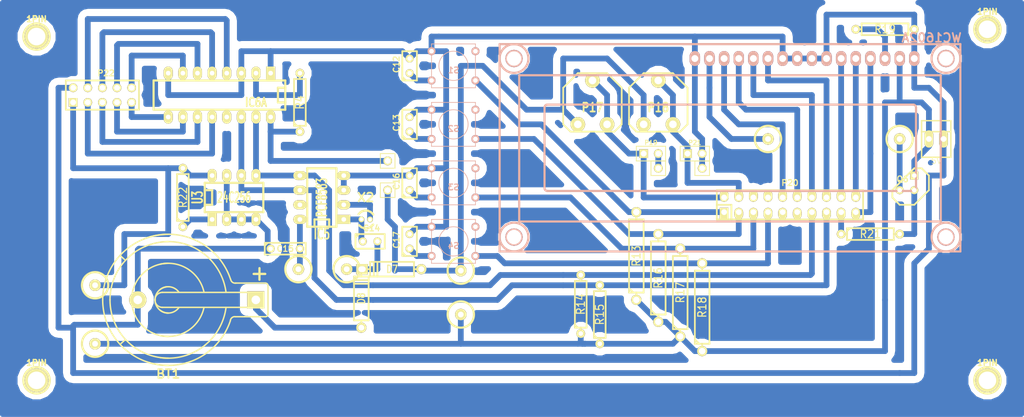
<source format=kicad_pcb>
(kicad_pcb (version 3) (host pcbnew "(2013-june-11)-stable")

  (general
    (links 0)
    (no_connects 0)
    (area 121.92 105.41 299.720001 177.800001)
    (thickness 1.6)
    (drawings 12)
    (tracks 266)
    (zones 0)
    (modules 52)
    (nets 1)
  )

  (page A3)
  (layers
    (15 F.Cu signal)
    (0 B.Cu signal)
    (16 B.Adhes user)
    (17 F.Adhes user)
    (18 B.Paste user)
    (19 F.Paste user)
    (20 B.SilkS user)
    (21 F.SilkS user)
    (22 B.Mask user)
    (23 F.Mask user)
    (24 Dwgs.User user)
    (25 Cmts.User user)
    (26 Eco1.User user)
    (27 Eco2.User user)
    (28 Edge.Cuts user)
  )

  (setup
    (last_trace_width 1)
    (trace_clearance 0.254)
    (zone_clearance 1.27)
    (zone_45_only no)
    (trace_min 0.254)
    (segment_width 0.2)
    (edge_width 0.15)
    (via_size 0.889)
    (via_drill 0.635)
    (via_min_size 0.889)
    (via_min_drill 0.508)
    (uvia_size 0.508)
    (uvia_drill 0.127)
    (uvias_allowed no)
    (uvia_min_size 0.508)
    (uvia_min_drill 0.127)
    (pcb_text_width 0.3)
    (pcb_text_size 1 1)
    (mod_edge_width 0.15)
    (mod_text_size 1 1)
    (mod_text_width 0.15)
    (pad_size 3.064 3.064)
    (pad_drill 1.048)
    (pad_to_mask_clearance 0)
    (aux_axis_origin 0 0)
    (visible_elements FFFFFFBF)
    (pcbplotparams
      (layerselection 3178497)
      (usegerberextensions true)
      (excludeedgelayer true)
      (linewidth 0.150000)
      (plotframeref false)
      (viasonmask false)
      (mode 1)
      (useauxorigin false)
      (hpglpennumber 1)
      (hpglpenspeed 20)
      (hpglpendiameter 15)
      (hpglpenoverlay 2)
      (psnegative false)
      (psa4output false)
      (plotreference true)
      (plotvalue true)
      (plotothertext true)
      (plotinvisibletext false)
      (padsonsilk false)
      (subtractmaskfromsilk false)
      (outputformat 1)
      (mirror false)
      (drillshape 1)
      (scaleselection 1)
      (outputdirectory ""))
  )

  (net 0 "")

  (net_class Default "To jest domyślna klasa połączeń."
    (clearance 0.254)
    (trace_width 1)
    (via_dia 0.889)
    (via_drill 0.635)
    (uvia_dia 0.508)
    (uvia_drill 0.127)
    (add_net "")
  )

  (module pin_socket_10x2 (layer F.Cu) (tedit 533486E1) (tstamp 525522BB)
    (at 259.08 140.97)
    (descr "Pin socket 10x2pin")
    (tags "CONN DEV")
    (path pin_socket_10x2)
    (fp_text reference P20 (at 0 -3.81) (layer F.SilkS)
      (effects (font (size 1.016 1.016) (thickness 0.2032)))
    )
    (fp_text value Val** (at 0 -5.08) (layer F.SilkS) hide
      (effects (font (size 1.016 0.889) (thickness 0.2032)))
    )
    (fp_line (start -12.7 0) (end -10.16 0) (layer F.SilkS) (width 0.3048))
    (fp_line (start -10.16 0) (end -10.16 2.54) (layer F.SilkS) (width 0.3048))
    (fp_line (start 12.7 -2.54) (end -12.7 -2.54) (layer F.SilkS) (width 0.3048))
    (fp_line (start -12.7 -2.54) (end -12.7 2.54) (layer F.SilkS) (width 0.3048))
    (fp_line (start -12.7 2.54) (end 12.7 2.54) (layer F.SilkS) (width 0.3048))
    (fp_line (start 12.7 2.54) (end 12.7 -2.54) (layer F.SilkS) (width 0.3048))
    (pad 1 thru_hole rect (at -11.43 1.27) (size 1.524 1.99898) (drill 1.00076 (offset 0 0.24892))
      (layers *.Cu *.Mask F.SilkS)
    )
    (pad 2 thru_hole oval (at -11.43 -1.27) (size 1.524 1.99898) (drill 1.00076 (offset 0 -0.24892))
      (layers *.Cu *.Mask F.SilkS)
    )
    (pad 3 thru_hole oval (at -8.89 1.27) (size 1.524 1.99898) (drill 1.00076 (offset 0 0.24892))
      (layers *.Cu *.Mask F.SilkS)
    )
    (pad 4 thru_hole oval (at -8.89 -1.27) (size 1.524 1.99898) (drill 1.00076 (offset 0 -0.24892))
      (layers *.Cu *.Mask F.SilkS)
    )
    (pad 5 thru_hole oval (at -6.35 1.27) (size 1.524 1.99898) (drill 1.00076 (offset 0 0.24892))
      (layers *.Cu *.Mask F.SilkS)
    )
    (pad 6 thru_hole oval (at -6.35 -1.27) (size 1.524 1.99898) (drill 1.00076 (offset 0 -0.24892))
      (layers *.Cu *.Mask F.SilkS)
    )
    (pad 7 thru_hole oval (at -3.81 1.27) (size 1.524 1.99898) (drill 1.00076 (offset 0 0.24892))
      (layers *.Cu *.Mask F.SilkS)
    )
    (pad 8 thru_hole oval (at -3.81 -1.27) (size 1.524 1.99898) (drill 1.00076 (offset 0 -0.24892))
      (layers *.Cu *.Mask F.SilkS)
    )
    (pad 9 thru_hole oval (at -1.27 1.27) (size 1.524 1.99898) (drill 1.00076 (offset 0 0.24892))
      (layers *.Cu *.Mask F.SilkS)
    )
    (pad 10 thru_hole oval (at -1.27 -1.27) (size 1.524 1.99898) (drill 1.00076 (offset 0 -0.24892))
      (layers *.Cu *.Mask F.SilkS)
    )
    (pad 11 thru_hole oval (at 1.27 1.27) (size 1.524 1.99898) (drill 1.00076 (offset 0 0.24892))
      (layers *.Cu *.Mask F.SilkS)
    )
    (pad 12 thru_hole oval (at 1.27 -1.27) (size 1.524 1.99898) (drill 1.00076 (offset 0 -0.24892))
      (layers *.Cu *.Mask F.SilkS)
    )
    (pad 13 thru_hole oval (at 3.81 1.27) (size 1.524 1.99898) (drill 1.00076 (offset 0 0.24892))
      (layers *.Cu *.Mask F.SilkS)
    )
    (pad 14 thru_hole oval (at 3.81 -1.27) (size 1.524 1.99898) (drill 1.00076 (offset 0 -0.24892))
      (layers *.Cu *.Mask F.SilkS)
    )
    (pad 15 thru_hole oval (at 6.35 1.27) (size 1.524 1.99898) (drill 1.00076 (offset 0 0.24892))
      (layers *.Cu *.Mask F.SilkS)
    )
    (pad 16 thru_hole oval (at 6.35 -1.27) (size 1.524 1.99898) (drill 1.00076 (offset 0 -0.24892))
      (layers *.Cu *.Mask F.SilkS)
    )
    (pad 17 thru_hole oval (at 8.89 1.27) (size 1.524 1.99898) (drill 1.00076 (offset 0 0.24892))
      (layers *.Cu *.Mask F.SilkS)
    )
    (pad 18 thru_hole oval (at 8.89 -1.27) (size 1.524 1.99898) (drill 1.00076 (offset 0 -0.24892))
      (layers *.Cu *.Mask F.SilkS)
    )
    (pad 19 thru_hole oval (at 11.43 1.27) (size 1.524 1.99898) (drill 1.00076 (offset 0 0.24892))
      (layers *.Cu *.Mask F.SilkS)
    )
    (pad 20 thru_hole oval (at 11.43 -1.27) (size 1.524 1.99898) (drill 1.00076 (offset 0 -0.24892))
      (layers *.Cu *.Mask F.SilkS)
    )
    (model walter/pin_strip/pin_socket_10x2.wrl
      (at (xyz 0 0 0))
      (scale (xyz 1 1 1))
      (rotate (xyz 0 0 0))
    )
  )

  (module WC1602A (layer B.Cu) (tedit 533485B1) (tstamp 5334865B)
    (at 280.67 115.57 180)
    (descr http://www.kamami.pl/dl/wc1602a0.pdf)
    (tags "LCD 16x2 Alphanumeric 16pin")
    (fp_text reference WC1602A (at -2.99974 3.59918 180) (layer B.SilkS)
      (effects (font (size 1.524 1.524) (thickness 0.3048)) (justify mirror))
    )
    (fp_text value VAL** (at 31.99892 -15.49908 180) (layer B.SilkS) hide
      (effects (font (size 1.524 1.524) (thickness 0.3048)) (justify mirror))
    )
    (fp_line (start 0.20066 -8.001) (end 63.70066 -8.001) (layer B.SilkS) (width 0.381))
    (fp_line (start -0.29972 -22.49932) (end -0.29972 -8.49884) (layer B.SilkS) (width 0.381))
    (fp_line (start 63.70066 -22.9997) (end 0.20066 -22.9997) (layer B.SilkS) (width 0.381))
    (fp_line (start 64.20104 -8.49884) (end 64.20104 -22.49932) (layer B.SilkS) (width 0.381))
    (fp_arc (start 63.70066 -8.49884) (end 63.70066 -8.001) (angle -90) (layer B.SilkS) (width 0.381))
    (fp_arc (start 63.70066 -22.49932) (end 64.20104 -22.49932) (angle -90) (layer B.SilkS) (width 0.381))
    (fp_arc (start 0.20066 -22.49932) (end 0.20066 -22.9997) (angle -90) (layer B.SilkS) (width 0.381))
    (fp_arc (start 0.20066 -8.49884) (end -0.29972 -8.49884) (angle -90) (layer B.SilkS) (width 0.381))
    (fp_line (start -4.59994 -2.90068) (end 68.60032 -2.90068) (layer B.SilkS) (width 0.381))
    (fp_line (start 68.60032 -2.90068) (end 68.60032 -28.30068) (layer B.SilkS) (width 0.381))
    (fp_line (start 68.60032 -28.30068) (end -4.59994 -28.30068) (layer B.SilkS) (width 0.381))
    (fp_line (start -4.59994 -28.30068) (end -4.59994 -2.90068) (layer B.SilkS) (width 0.381))
    (fp_circle (center 69.49948 0) (end 71.99884 0) (layer B.SilkS) (width 0.381))
    (fp_circle (center 69.49948 -31.0007) (end 71.99884 -31.0007) (layer B.SilkS) (width 0.381))
    (fp_circle (center -5.4991 -31.0007) (end -8.001 -31.0007) (layer B.SilkS) (width 0.381))
    (fp_circle (center -5.4991 0) (end -2.99974 0) (layer B.SilkS) (width 0.381))
    (fp_line (start -8.001 2.49936) (end 71.99884 2.49936) (layer B.SilkS) (width 0.381))
    (fp_line (start 71.99884 2.49936) (end 71.99884 -33.50006) (layer B.SilkS) (width 0.381))
    (fp_line (start 71.99884 -33.50006) (end -8.001 -33.50006) (layer B.SilkS) (width 0.381))
    (fp_line (start -8.001 -33.50006) (end -8.001 2.49936) (layer B.SilkS) (width 0.381))
    (pad 1 thru_hole oval (at 0 0 180) (size 1.8 2.6) (drill 1.2)
      (layers *.Cu *.Mask B.SilkS)
    )
    (pad 2 thru_hole oval (at 2.54 0 180) (size 1.8 2.6) (drill 1.2)
      (layers *.Cu *.Mask B.SilkS)
    )
    (pad 3 thru_hole oval (at 5.08 0 180) (size 1.8 2.6) (drill 1.2)
      (layers *.Cu *.Mask B.SilkS)
    )
    (pad 4 thru_hole oval (at 7.62 0 180) (size 1.8 2.6) (drill 1.2)
      (layers *.Cu *.Mask B.SilkS)
    )
    (pad 5 thru_hole oval (at 10.16 0 180) (size 1.8 2.6) (drill 1.2)
      (layers *.Cu *.Mask B.SilkS)
    )
    (pad 6 thru_hole oval (at 12.7 0 180) (size 1.8 2.6) (drill 1.2)
      (layers *.Cu *.Mask B.SilkS)
    )
    (pad 7 thru_hole oval (at 15.24 0 180) (size 1.8 2.6) (drill 1.2)
      (layers *.Cu *.Mask B.SilkS)
    )
    (pad 8 thru_hole oval (at 17.78 0 180) (size 1.8 2.6) (drill 1.2)
      (layers *.Cu *.Mask B.SilkS)
    )
    (pad 9 thru_hole oval (at 20.32 0 180) (size 1.8 2.6) (drill 1.2)
      (layers *.Cu *.Mask B.SilkS)
    )
    (pad 10 thru_hole oval (at 22.86 0 180) (size 1.8 2.6) (drill 1.2)
      (layers *.Cu *.Mask B.SilkS)
    )
    (pad 11 thru_hole oval (at 25.4 0 180) (size 1.8 2.6) (drill 1.2)
      (layers *.Cu *.Mask B.SilkS)
    )
    (pad 12 thru_hole oval (at 27.94 0 180) (size 1.8 2.6) (drill 1.2)
      (layers *.Cu *.Mask B.SilkS)
    )
    (pad 13 thru_hole oval (at 30.48 0 180) (size 1.8 2.6) (drill 1.2)
      (layers *.Cu *.Mask B.SilkS)
    )
    (pad 14 thru_hole oval (at 33.02 0 180) (size 1.8 2.6) (drill 1.2)
      (layers *.Cu *.Mask B.SilkS)
    )
    (pad 15 thru_hole oval (at 35.56 0 180) (size 1.8 2.6) (drill 1.2)
      (layers *.Cu *.Mask B.SilkS)
    )
    (pad 16 thru_hole oval (at 38.1 0 180) (size 1.8 2.6) (drill 1.2)
      (layers *.Cu *.Mask B.SilkS)
    )
    (pad 0 thru_hole circle (at -5.4991 0 180) (size 3 3) (drill 2.5)
      (layers *.Cu *.Mask B.SilkS)
    )
    (pad 0 thru_hole circle (at -5.4991 -31.0007 180) (size 3 3) (drill 2.5)
      (layers *.Cu *.Mask B.SilkS)
    )
    (pad 0 thru_hole circle (at 69.49948 -31.0007 180) (size 3 3) (drill 2.5)
      (layers *.Cu *.Mask B.SilkS)
    )
    (pad 0 thru_hole circle (at 69.49948 0 180) (size 3 3) (drill 2.5)
      (layers *.Cu *.Mask B.SilkS)
    )
  )

  (module PINHEAD1-2 (layer F.Cu) (tedit 53348682) (tstamp 52567D9B)
    (at 284.48 129.54)
    (attr virtual)
    (fp_text reference P (at -1.905 -3.81) (layer F.SilkS) hide
      (effects (font (size 1.016 1.016) (thickness 0.0889)))
    )
    (fp_text value 5V (at 0 3.81) (layer F.SilkS)
      (effects (font (size 1.016 1.016) (thickness 0.0889)))
    )
    (fp_line (start 2.54 -1.27) (end -2.54 -1.27) (layer F.SilkS) (width 0.254))
    (fp_line (start 2.54 3.175) (end -2.54 3.175) (layer F.SilkS) (width 0.254))
    (fp_line (start -2.54 -3.175) (end 2.54 -3.175) (layer F.SilkS) (width 0.254))
    (fp_line (start -2.54 -3.175) (end -2.54 3.175) (layer F.SilkS) (width 0.254))
    (fp_line (start 2.54 -3.175) (end 2.54 3.175) (layer F.SilkS) (width 0.254))
    (pad 1 thru_hole oval (at -1.27 0) (size 1.50622 3.01498) (drill 0.99822)
      (layers *.Cu F.Paste F.SilkS F.Mask)
    )
    (pad 2 thru_hole oval (at 1.27 0) (size 1.50622 3.01498) (drill 0.99822)
      (layers *.Cu F.Paste F.SilkS F.Mask)
    )
  )

  (module R4 (layer F.Cu) (tedit 53348655) (tstamp 5256974B)
    (at 275.59 110.49 180)
    (descr "Resitance 4 pas")
    (tags R)
    (autoplace_cost180 10)
    (fp_text reference R19 (at 0 0 180) (layer F.SilkS)
      (effects (font (size 1.397 1.27) (thickness 0.2032)))
    )
    (fp_text value Val* (at 0 0 180) (layer F.SilkS) hide
      (effects (font (size 1.397 1.27) (thickness 0.2032)))
    )
    (fp_line (start -5.08 0) (end -4.064 0) (layer F.SilkS) (width 0.3048))
    (fp_line (start -4.064 0) (end -4.064 -1.016) (layer F.SilkS) (width 0.3048))
    (fp_line (start -4.064 -1.016) (end 4.064 -1.016) (layer F.SilkS) (width 0.3048))
    (fp_line (start 4.064 -1.016) (end 4.064 1.016) (layer F.SilkS) (width 0.3048))
    (fp_line (start 4.064 1.016) (end -4.064 1.016) (layer F.SilkS) (width 0.3048))
    (fp_line (start -4.064 1.016) (end -4.064 0) (layer F.SilkS) (width 0.3048))
    (fp_line (start -4.064 -0.508) (end -3.556 -1.016) (layer F.SilkS) (width 0.3048))
    (fp_line (start 5.08 0) (end 4.064 0) (layer F.SilkS) (width 0.3048))
    (pad 1 thru_hole circle (at -5.08 0 180) (size 1.524 1.524) (drill 0.8128)
      (layers *.Cu *.Mask F.SilkS)
    )
    (pad 2 thru_hole circle (at 5.08 0 180) (size 1.524 1.524) (drill 0.8128)
      (layers *.Cu *.Mask F.SilkS)
    )
    (model discret/resistor.wrl
      (at (xyz 0 0 0))
      (scale (xyz 0.4 0.4 0.4))
      (rotate (xyz 0 0 0))
    )
  )

  (module TO92-CBE (layer F.Cu) (tedit 5334869F) (tstamp 5256AB6C)
    (at 279.4 137.16 180)
    (descr "Transistor TO92 brochage type BC237")
    (tags "TR TO92")
    (fp_text reference Q6 (at 0.762 0.635 180) (layer F.SilkS)
      (effects (font (size 1.016 1.016) (thickness 0.2032)))
    )
    (fp_text value VAL** (at 0.254 -3.048 180) (layer F.SilkS) hide
      (effects (font (size 1.016 1.016) (thickness 0.2032)))
    )
    (fp_line (start -1.27 2.54) (end 2.54 -1.27) (layer F.SilkS) (width 0.3048))
    (fp_line (start 2.54 -1.27) (end 2.54 -2.54) (layer F.SilkS) (width 0.3048))
    (fp_line (start 2.54 -2.54) (end 1.27 -3.81) (layer F.SilkS) (width 0.3048))
    (fp_line (start 1.27 -3.81) (end -1.27 -3.81) (layer F.SilkS) (width 0.3048))
    (fp_line (start -1.27 -3.81) (end -3.81 -1.27) (layer F.SilkS) (width 0.3048))
    (fp_line (start -3.81 -1.27) (end -3.81 1.27) (layer F.SilkS) (width 0.3048))
    (fp_line (start -3.81 1.27) (end -2.54 2.54) (layer F.SilkS) (width 0.3048))
    (fp_line (start -2.54 2.54) (end -1.27 2.54) (layer F.SilkS) (width 0.3048))
    (pad E thru_hole rect (at -1.27 1.27 180) (size 1.397 1.397) (drill 0.8128)
      (layers *.Cu *.Mask F.SilkS)
    )
    (pad B thru_hole circle (at -1.27 -1.27 180) (size 1.397 1.397) (drill 0.8128)
      (layers *.Cu *.Mask F.SilkS)
    )
    (pad C thru_hole circle (at 1.27 -1.27 180) (size 1.397 1.397) (drill 0.8128)
      (layers *.Cu *.Mask F.SilkS)
    )
    (model discret/to98.wrl
      (at (xyz 0 0 0))
      (scale (xyz 1 1 1))
      (rotate (xyz 0 0 0))
    )
  )

  (module R4 (layer F.Cu) (tedit 533486C5) (tstamp 5256AB88)
    (at 273.05 146.05)
    (descr "Resitance 4 pas")
    (tags R)
    (autoplace_cost180 10)
    (fp_text reference R21 (at 0 0) (layer F.SilkS)
      (effects (font (size 1.397 1.27) (thickness 0.2032)))
    )
    (fp_text value Val* (at 0 0) (layer F.SilkS) hide
      (effects (font (size 1.397 1.27) (thickness 0.2032)))
    )
    (fp_line (start -5.08 0) (end -4.064 0) (layer F.SilkS) (width 0.3048))
    (fp_line (start -4.064 0) (end -4.064 -1.016) (layer F.SilkS) (width 0.3048))
    (fp_line (start -4.064 -1.016) (end 4.064 -1.016) (layer F.SilkS) (width 0.3048))
    (fp_line (start 4.064 -1.016) (end 4.064 1.016) (layer F.SilkS) (width 0.3048))
    (fp_line (start 4.064 1.016) (end -4.064 1.016) (layer F.SilkS) (width 0.3048))
    (fp_line (start -4.064 1.016) (end -4.064 0) (layer F.SilkS) (width 0.3048))
    (fp_line (start -4.064 -0.508) (end -3.556 -1.016) (layer F.SilkS) (width 0.3048))
    (fp_line (start 5.08 0) (end 4.064 0) (layer F.SilkS) (width 0.3048))
    (pad 1 thru_hole circle (at -5.08 0) (size 1.524 1.524) (drill 0.8128)
      (layers *.Cu *.Mask F.SilkS)
    )
    (pad 2 thru_hole circle (at 5.08 0) (size 1.524 1.524) (drill 0.8128)
      (layers *.Cu *.Mask F.SilkS)
    )
    (model discret/resistor.wrl
      (at (xyz 0 0 0))
      (scale (xyz 0.4 0.4 0.4))
      (rotate (xyz 0 0 0))
    )
  )

  (module SW_PUSH_SMALL (layer B.Cu) (tedit 53348772) (tstamp 5256B1B9)
    (at 200.66 116.84)
    (fp_text reference S1 (at 0 0.762) (layer B.SilkS)
      (effects (font (size 1.016 1.016) (thickness 0.2032)) (justify mirror))
    )
    (fp_text value Val** (at 0 -1.016) (layer B.SilkS) hide
      (effects (font (size 1.016 1.016) (thickness 0.2032)) (justify mirror))
    )
    (fp_circle (center 0 0) (end 0 2.54) (layer B.SilkS) (width 0.127))
    (fp_line (start -3.81 3.81) (end 3.81 3.81) (layer B.SilkS) (width 0.127))
    (fp_line (start 3.81 3.81) (end 3.81 -3.81) (layer B.SilkS) (width 0.127))
    (fp_line (start 3.81 -3.81) (end -3.81 -3.81) (layer B.SilkS) (width 0.127))
    (fp_line (start -3.81 3.81) (end -3.81 -3.81) (layer B.SilkS) (width 0.127))
    (pad 1 thru_hole circle (at 3.81 2.54) (size 1.397 1.397) (drill 0.8128)
      (layers *.Cu *.Mask B.SilkS)
    )
    (pad 2 thru_hole circle (at 3.81 -2.54) (size 1.397 1.397) (drill 0.8128)
      (layers *.Cu *.Mask B.SilkS)
    )
    (pad 1 thru_hole circle (at -3.81 2.54) (size 1.397 1.397) (drill 0.8128)
      (layers *.Cu *.Mask B.SilkS)
    )
    (pad 2 thru_hole circle (at -3.81 -2.54) (size 1.397 1.397) (drill 0.8128)
      (layers *.Cu *.Mask B.SilkS)
    )
  )

  (module SW_PUSH_SMALL (layer B.Cu) (tedit 5334877D) (tstamp 5256B1D3)
    (at 200.66 127)
    (fp_text reference S2 (at 0 0.762) (layer B.SilkS)
      (effects (font (size 1.016 1.016) (thickness 0.2032)) (justify mirror))
    )
    (fp_text value Val** (at 0 -1.016) (layer B.SilkS) hide
      (effects (font (size 1.016 1.016) (thickness 0.2032)) (justify mirror))
    )
    (fp_circle (center 0 0) (end 0 2.54) (layer B.SilkS) (width 0.127))
    (fp_line (start -3.81 3.81) (end 3.81 3.81) (layer B.SilkS) (width 0.127))
    (fp_line (start 3.81 3.81) (end 3.81 -3.81) (layer B.SilkS) (width 0.127))
    (fp_line (start 3.81 -3.81) (end -3.81 -3.81) (layer B.SilkS) (width 0.127))
    (fp_line (start -3.81 3.81) (end -3.81 -3.81) (layer B.SilkS) (width 0.127))
    (pad 1 thru_hole circle (at 3.81 2.54) (size 1.397 1.397) (drill 0.8128)
      (layers *.Cu *.Mask B.SilkS)
    )
    (pad 2 thru_hole circle (at 3.81 -2.54) (size 1.397 1.397) (drill 0.8128)
      (layers *.Cu *.Mask B.SilkS)
    )
    (pad 1 thru_hole circle (at -3.81 2.54) (size 1.397 1.397) (drill 0.8128)
      (layers *.Cu *.Mask B.SilkS)
    )
    (pad 2 thru_hole circle (at -3.81 -2.54) (size 1.397 1.397) (drill 0.8128)
      (layers *.Cu *.Mask B.SilkS)
    )
  )

  (module SW_PUSH_SMALL (layer B.Cu) (tedit 5334878B) (tstamp 5256B1ED)
    (at 200.66 137.16)
    (fp_text reference S3 (at 0 0.762) (layer B.SilkS)
      (effects (font (size 1.016 1.016) (thickness 0.2032)) (justify mirror))
    )
    (fp_text value Val** (at 0 -1.016) (layer B.SilkS) hide
      (effects (font (size 1.016 1.016) (thickness 0.2032)) (justify mirror))
    )
    (fp_circle (center 0 0) (end 0 2.54) (layer B.SilkS) (width 0.127))
    (fp_line (start -3.81 3.81) (end 3.81 3.81) (layer B.SilkS) (width 0.127))
    (fp_line (start 3.81 3.81) (end 3.81 -3.81) (layer B.SilkS) (width 0.127))
    (fp_line (start 3.81 -3.81) (end -3.81 -3.81) (layer B.SilkS) (width 0.127))
    (fp_line (start -3.81 3.81) (end -3.81 -3.81) (layer B.SilkS) (width 0.127))
    (pad 1 thru_hole circle (at 3.81 2.54) (size 1.397 1.397) (drill 0.8128)
      (layers *.Cu *.Mask B.SilkS)
    )
    (pad 2 thru_hole circle (at 3.81 -2.54) (size 1.397 1.397) (drill 0.8128)
      (layers *.Cu *.Mask B.SilkS)
    )
    (pad 1 thru_hole circle (at -3.81 2.54) (size 1.397 1.397) (drill 0.8128)
      (layers *.Cu *.Mask B.SilkS)
    )
    (pad 2 thru_hole circle (at -3.81 -2.54) (size 1.397 1.397) (drill 0.8128)
      (layers *.Cu *.Mask B.SilkS)
    )
  )

  (module SW_PUSH_SMALL (layer B.Cu) (tedit 5334879D) (tstamp 5256B207)
    (at 200.66 147.32)
    (fp_text reference S4 (at 0 0.762) (layer B.SilkS)
      (effects (font (size 1.016 1.016) (thickness 0.2032)) (justify mirror))
    )
    (fp_text value Val** (at 0 -1.016) (layer B.SilkS) hide
      (effects (font (size 1.016 1.016) (thickness 0.2032)) (justify mirror))
    )
    (fp_circle (center 0 0) (end 0 2.54) (layer B.SilkS) (width 0.127))
    (fp_line (start -3.81 3.81) (end 3.81 3.81) (layer B.SilkS) (width 0.127))
    (fp_line (start 3.81 3.81) (end 3.81 -3.81) (layer B.SilkS) (width 0.127))
    (fp_line (start 3.81 -3.81) (end -3.81 -3.81) (layer B.SilkS) (width 0.127))
    (fp_line (start -3.81 3.81) (end -3.81 -3.81) (layer B.SilkS) (width 0.127))
    (pad 1 thru_hole circle (at 3.81 2.54) (size 1.397 1.397) (drill 0.8128)
      (layers *.Cu *.Mask B.SilkS)
    )
    (pad 2 thru_hole circle (at 3.81 -2.54) (size 1.397 1.397) (drill 0.8128)
      (layers *.Cu *.Mask B.SilkS)
    )
    (pad 1 thru_hole circle (at -3.81 2.54) (size 1.397 1.397) (drill 0.8128)
      (layers *.Cu *.Mask B.SilkS)
    )
    (pad 2 thru_hole circle (at -3.81 -2.54) (size 1.397 1.397) (drill 0.8128)
      (layers *.Cu *.Mask B.SilkS)
    )
  )

  (module C1 (layer F.Cu) (tedit 5334874C) (tstamp 5256B89C)
    (at 193.04 116.84 90)
    (descr "Condensateur e = 1 pas")
    (tags C)
    (fp_text reference C12 (at 0.254 -2.286 90) (layer F.SilkS)
      (effects (font (size 1.016 1.016) (thickness 0.2032)))
    )
    (fp_text value V*** (at 0 -2.286 90) (layer F.SilkS) hide
      (effects (font (size 1.016 1.016) (thickness 0.2032)))
    )
    (fp_line (start -2.4892 -1.27) (end 2.54 -1.27) (layer F.SilkS) (width 0.3048))
    (fp_line (start 2.54 -1.27) (end 2.54 1.27) (layer F.SilkS) (width 0.3048))
    (fp_line (start 2.54 1.27) (end -2.54 1.27) (layer F.SilkS) (width 0.3048))
    (fp_line (start -2.54 1.27) (end -2.54 -1.27) (layer F.SilkS) (width 0.3048))
    (fp_line (start -2.54 -0.635) (end -1.905 -1.27) (layer F.SilkS) (width 0.3048))
    (pad 1 thru_hole circle (at -1.27 0 90) (size 1.397 1.397) (drill 0.8128)
      (layers *.Cu *.Mask F.SilkS)
    )
    (pad 2 thru_hole circle (at 1.27 0 90) (size 1.397 1.397) (drill 0.8128)
      (layers *.Cu *.Mask F.SilkS)
    )
    (model discret/capa_1_pas.wrl
      (at (xyz 0 0 0))
      (scale (xyz 1 1 1))
      (rotate (xyz 0 0 0))
    )
  )

  (module C1 (layer F.Cu) (tedit 53348750) (tstamp 5256B8B1)
    (at 193.04 127 90)
    (descr "Condensateur e = 1 pas")
    (tags C)
    (fp_text reference C13 (at 0.254 -2.286 90) (layer F.SilkS)
      (effects (font (size 1.016 1.016) (thickness 0.2032)))
    )
    (fp_text value V*** (at 0 -2.286 90) (layer F.SilkS) hide
      (effects (font (size 1.016 1.016) (thickness 0.2032)))
    )
    (fp_line (start -2.4892 -1.27) (end 2.54 -1.27) (layer F.SilkS) (width 0.3048))
    (fp_line (start 2.54 -1.27) (end 2.54 1.27) (layer F.SilkS) (width 0.3048))
    (fp_line (start 2.54 1.27) (end -2.54 1.27) (layer F.SilkS) (width 0.3048))
    (fp_line (start -2.54 1.27) (end -2.54 -1.27) (layer F.SilkS) (width 0.3048))
    (fp_line (start -2.54 -0.635) (end -1.905 -1.27) (layer F.SilkS) (width 0.3048))
    (pad 1 thru_hole circle (at -1.27 0 90) (size 1.397 1.397) (drill 0.8128)
      (layers *.Cu *.Mask F.SilkS)
    )
    (pad 2 thru_hole circle (at 1.27 0 90) (size 1.397 1.397) (drill 0.8128)
      (layers *.Cu *.Mask F.SilkS)
    )
    (model discret/capa_1_pas.wrl
      (at (xyz 0 0 0))
      (scale (xyz 1 1 1))
      (rotate (xyz 0 0 0))
    )
  )

  (module C1 (layer F.Cu) (tedit 5334875A) (tstamp 5256B8C6)
    (at 193.04 137.16 90)
    (descr "Condensateur e = 1 pas")
    (tags C)
    (fp_text reference C16 (at 0.254 -2.286 90) (layer F.SilkS)
      (effects (font (size 1.016 1.016) (thickness 0.2032)))
    )
    (fp_text value V*** (at 0 -2.286 90) (layer F.SilkS) hide
      (effects (font (size 1.016 1.016) (thickness 0.2032)))
    )
    (fp_line (start -2.4892 -1.27) (end 2.54 -1.27) (layer F.SilkS) (width 0.3048))
    (fp_line (start 2.54 -1.27) (end 2.54 1.27) (layer F.SilkS) (width 0.3048))
    (fp_line (start 2.54 1.27) (end -2.54 1.27) (layer F.SilkS) (width 0.3048))
    (fp_line (start -2.54 1.27) (end -2.54 -1.27) (layer F.SilkS) (width 0.3048))
    (fp_line (start -2.54 -0.635) (end -1.905 -1.27) (layer F.SilkS) (width 0.3048))
    (pad 1 thru_hole circle (at -1.27 0 90) (size 1.397 1.397) (drill 0.8128)
      (layers *.Cu *.Mask F.SilkS)
    )
    (pad 2 thru_hole circle (at 1.27 0 90) (size 1.397 1.397) (drill 0.8128)
      (layers *.Cu *.Mask F.SilkS)
    )
    (model discret/capa_1_pas.wrl
      (at (xyz 0 0 0))
      (scale (xyz 1 1 1))
      (rotate (xyz 0 0 0))
    )
  )

  (module C1 (layer F.Cu) (tedit 53348762) (tstamp 5256B8DB)
    (at 193.04 147.32 90)
    (descr "Condensateur e = 1 pas")
    (tags C)
    (fp_text reference C17 (at 0.254 -2.286 90) (layer F.SilkS)
      (effects (font (size 1.016 1.016) (thickness 0.2032)))
    )
    (fp_text value V*** (at 0 -2.286 90) (layer F.SilkS) hide
      (effects (font (size 1.016 1.016) (thickness 0.2032)))
    )
    (fp_line (start -2.4892 -1.27) (end 2.54 -1.27) (layer F.SilkS) (width 0.3048))
    (fp_line (start 2.54 -1.27) (end 2.54 1.27) (layer F.SilkS) (width 0.3048))
    (fp_line (start 2.54 1.27) (end -2.54 1.27) (layer F.SilkS) (width 0.3048))
    (fp_line (start -2.54 1.27) (end -2.54 -1.27) (layer F.SilkS) (width 0.3048))
    (fp_line (start -2.54 -0.635) (end -1.905 -1.27) (layer F.SilkS) (width 0.3048))
    (pad 1 thru_hole circle (at -1.27 0 90) (size 1.397 1.397) (drill 0.8128)
      (layers *.Cu *.Mask F.SilkS)
    )
    (pad 2 thru_hole circle (at 1.27 0 90) (size 1.397 1.397) (drill 0.8128)
      (layers *.Cu *.Mask F.SilkS)
    )
    (model discret/capa_1_pas.wrl
      (at (xyz 0 0 0))
      (scale (xyz 1 1 1))
      (rotate (xyz 0 0 0))
    )
  )

  (module R6 (layer F.Cu) (tedit 5334870A) (tstamp 5256BF4D)
    (at 232.41 149.86 90)
    (descr "Resistance 6 pas")
    (tags R)
    (autoplace_cost180 10)
    (fp_text reference R13 (at 0 0 90) (layer F.SilkS)
      (effects (font (size 1.397 1.27) (thickness 0.2032)))
    )
    (fp_text value Val* (at 0.254 0 90) (layer F.SilkS) hide
      (effects (font (size 1.397 1.27) (thickness 0.2032)))
    )
    (fp_line (start -6.35 -1.27) (end 6.35 -1.27) (layer F.SilkS) (width 0.3048))
    (fp_line (start 6.35 -1.27) (end 6.35 1.27) (layer F.SilkS) (width 0.3048))
    (fp_line (start 6.35 1.27) (end -6.35 1.27) (layer F.SilkS) (width 0.3048))
    (fp_line (start 6.35 0) (end 7.62 0) (layer F.SilkS) (width 0.3048))
    (fp_line (start -7.62 0) (end -6.35 0) (layer F.SilkS) (width 0.3048))
    (fp_line (start -6.35 -0.508) (end -5.588 -1.27) (layer F.SilkS) (width 0.3048))
    (fp_line (start -6.35 -1.27) (end -6.35 1.27) (layer F.SilkS) (width 0.3048))
    (pad 1 thru_hole circle (at -7.62 0 90) (size 1.778 1.778) (drill 1.143)
      (layers *.Cu *.Mask F.SilkS)
    )
    (pad 2 thru_hole circle (at 7.62 0 90) (size 1.778 1.778) (drill 1.143)
      (layers *.Cu *.Mask F.SilkS)
    )
    (model discret/resistor.wrl
      (at (xyz 0 0 0))
      (scale (xyz 0.6 0.6 0.6))
      (rotate (xyz 0 0 0))
    )
  )

  (module R6 (layer F.Cu) (tedit 53348711) (tstamp 5256BF66)
    (at 236.22 153.67 90)
    (descr "Resistance 6 pas")
    (tags R)
    (autoplace_cost180 10)
    (fp_text reference R16 (at 0 0 90) (layer F.SilkS)
      (effects (font (size 1.397 1.27) (thickness 0.2032)))
    )
    (fp_text value Val* (at 0.254 0 90) (layer F.SilkS) hide
      (effects (font (size 1.397 1.27) (thickness 0.2032)))
    )
    (fp_line (start -6.35 -1.27) (end 6.35 -1.27) (layer F.SilkS) (width 0.3048))
    (fp_line (start 6.35 -1.27) (end 6.35 1.27) (layer F.SilkS) (width 0.3048))
    (fp_line (start 6.35 1.27) (end -6.35 1.27) (layer F.SilkS) (width 0.3048))
    (fp_line (start 6.35 0) (end 7.62 0) (layer F.SilkS) (width 0.3048))
    (fp_line (start -7.62 0) (end -6.35 0) (layer F.SilkS) (width 0.3048))
    (fp_line (start -6.35 -0.508) (end -5.588 -1.27) (layer F.SilkS) (width 0.3048))
    (fp_line (start -6.35 -1.27) (end -6.35 1.27) (layer F.SilkS) (width 0.3048))
    (pad 1 thru_hole circle (at -7.62 0 90) (size 1.778 1.778) (drill 1.143)
      (layers *.Cu *.Mask F.SilkS)
    )
    (pad 2 thru_hole circle (at 7.62 0 90) (size 1.778 1.778) (drill 1.143)
      (layers *.Cu *.Mask F.SilkS)
    )
    (model discret/resistor.wrl
      (at (xyz 0 0 0))
      (scale (xyz 0.6 0.6 0.6))
      (rotate (xyz 0 0 0))
    )
  )

  (module R6 (layer F.Cu) (tedit 53348719) (tstamp 5256BF7F)
    (at 240.03 156.21 90)
    (descr "Resistance 6 pas")
    (tags R)
    (autoplace_cost180 10)
    (fp_text reference R17 (at 0 0 90) (layer F.SilkS)
      (effects (font (size 1.397 1.27) (thickness 0.2032)))
    )
    (fp_text value Val* (at 0.254 0 90) (layer F.SilkS) hide
      (effects (font (size 1.397 1.27) (thickness 0.2032)))
    )
    (fp_line (start -6.35 -1.27) (end 6.35 -1.27) (layer F.SilkS) (width 0.3048))
    (fp_line (start 6.35 -1.27) (end 6.35 1.27) (layer F.SilkS) (width 0.3048))
    (fp_line (start 6.35 1.27) (end -6.35 1.27) (layer F.SilkS) (width 0.3048))
    (fp_line (start 6.35 0) (end 7.62 0) (layer F.SilkS) (width 0.3048))
    (fp_line (start -7.62 0) (end -6.35 0) (layer F.SilkS) (width 0.3048))
    (fp_line (start -6.35 -0.508) (end -5.588 -1.27) (layer F.SilkS) (width 0.3048))
    (fp_line (start -6.35 -1.27) (end -6.35 1.27) (layer F.SilkS) (width 0.3048))
    (pad 1 thru_hole circle (at -7.62 0 90) (size 1.778 1.778) (drill 1.143)
      (layers *.Cu *.Mask F.SilkS)
    )
    (pad 2 thru_hole circle (at 7.62 0 90) (size 1.778 1.778) (drill 1.143)
      (layers *.Cu *.Mask F.SilkS)
    )
    (model discret/resistor.wrl
      (at (xyz 0 0 0))
      (scale (xyz 0.6 0.6 0.6))
      (rotate (xyz 0 0 0))
    )
  )

  (module R6 (layer F.Cu) (tedit 5334871F) (tstamp 5256BF98)
    (at 243.84 158.75 90)
    (descr "Resistance 6 pas")
    (tags R)
    (autoplace_cost180 10)
    (fp_text reference R18 (at 0 0 90) (layer F.SilkS)
      (effects (font (size 1.397 1.27) (thickness 0.2032)))
    )
    (fp_text value Val* (at 0.254 0 90) (layer F.SilkS) hide
      (effects (font (size 1.397 1.27) (thickness 0.2032)))
    )
    (fp_line (start -6.35 -1.27) (end 6.35 -1.27) (layer F.SilkS) (width 0.3048))
    (fp_line (start 6.35 -1.27) (end 6.35 1.27) (layer F.SilkS) (width 0.3048))
    (fp_line (start 6.35 1.27) (end -6.35 1.27) (layer F.SilkS) (width 0.3048))
    (fp_line (start 6.35 0) (end 7.62 0) (layer F.SilkS) (width 0.3048))
    (fp_line (start -7.62 0) (end -6.35 0) (layer F.SilkS) (width 0.3048))
    (fp_line (start -6.35 -0.508) (end -5.588 -1.27) (layer F.SilkS) (width 0.3048))
    (fp_line (start -6.35 -1.27) (end -6.35 1.27) (layer F.SilkS) (width 0.3048))
    (pad 1 thru_hole circle (at -7.62 0 90) (size 1.778 1.778) (drill 1.143)
      (layers *.Cu *.Mask F.SilkS)
    )
    (pad 2 thru_hole circle (at 7.62 0 90) (size 1.778 1.778) (drill 1.143)
      (layers *.Cu *.Mask F.SilkS)
    )
    (model discret/resistor.wrl
      (at (xyz 0 0 0))
      (scale (xyz 0.6 0.6 0.6))
      (rotate (xyz 0 0 0))
    )
  )

  (module R4 (layer F.Cu) (tedit 5334872C) (tstamp 5256C5EB)
    (at 222.758 158.242 90)
    (descr "Resitance 4 pas")
    (tags R)
    (autoplace_cost180 10)
    (fp_text reference R14 (at 0 0 90) (layer F.SilkS)
      (effects (font (size 1.397 1.27) (thickness 0.2032)))
    )
    (fp_text value Val* (at 0 0 90) (layer F.SilkS) hide
      (effects (font (size 1.397 1.27) (thickness 0.2032)))
    )
    (fp_line (start -5.08 0) (end -4.064 0) (layer F.SilkS) (width 0.3048))
    (fp_line (start -4.064 0) (end -4.064 -1.016) (layer F.SilkS) (width 0.3048))
    (fp_line (start -4.064 -1.016) (end 4.064 -1.016) (layer F.SilkS) (width 0.3048))
    (fp_line (start 4.064 -1.016) (end 4.064 1.016) (layer F.SilkS) (width 0.3048))
    (fp_line (start 4.064 1.016) (end -4.064 1.016) (layer F.SilkS) (width 0.3048))
    (fp_line (start -4.064 1.016) (end -4.064 0) (layer F.SilkS) (width 0.3048))
    (fp_line (start -4.064 -0.508) (end -3.556 -1.016) (layer F.SilkS) (width 0.3048))
    (fp_line (start 5.08 0) (end 4.064 0) (layer F.SilkS) (width 0.3048))
    (pad 1 thru_hole circle (at -5.08 0 90) (size 1.524 1.524) (drill 0.8128)
      (layers *.Cu *.Mask F.SilkS)
    )
    (pad 2 thru_hole circle (at 5.08 0 90) (size 1.524 1.524) (drill 0.8128)
      (layers *.Cu *.Mask F.SilkS)
    )
    (model discret/resistor.wrl
      (at (xyz 0 0 0))
      (scale (xyz 0.4 0.4 0.4))
      (rotate (xyz 0 0 0))
    )
  )

  (module R4 (layer F.Cu) (tedit 53348733) (tstamp 5256C606)
    (at 226.06 160.02 90)
    (descr "Resitance 4 pas")
    (tags R)
    (autoplace_cost180 10)
    (fp_text reference R15 (at 0 0 90) (layer F.SilkS)
      (effects (font (size 1.397 1.27) (thickness 0.2032)))
    )
    (fp_text value Val* (at 0 0 90) (layer F.SilkS) hide
      (effects (font (size 1.397 1.27) (thickness 0.2032)))
    )
    (fp_line (start -5.08 0) (end -4.064 0) (layer F.SilkS) (width 0.3048))
    (fp_line (start -4.064 0) (end -4.064 -1.016) (layer F.SilkS) (width 0.3048))
    (fp_line (start -4.064 -1.016) (end 4.064 -1.016) (layer F.SilkS) (width 0.3048))
    (fp_line (start 4.064 -1.016) (end 4.064 1.016) (layer F.SilkS) (width 0.3048))
    (fp_line (start 4.064 1.016) (end -4.064 1.016) (layer F.SilkS) (width 0.3048))
    (fp_line (start -4.064 1.016) (end -4.064 0) (layer F.SilkS) (width 0.3048))
    (fp_line (start -4.064 -0.508) (end -3.556 -1.016) (layer F.SilkS) (width 0.3048))
    (fp_line (start 5.08 0) (end 4.064 0) (layer F.SilkS) (width 0.3048))
    (pad 1 thru_hole circle (at -5.08 0 90) (size 1.524 1.524) (drill 0.8128)
      (layers *.Cu *.Mask F.SilkS)
    )
    (pad 2 thru_hole circle (at 5.08 0 90) (size 1.524 1.524) (drill 0.8128)
      (layers *.Cu *.Mask F.SilkS)
    )
    (model discret/resistor.wrl
      (at (xyz 0 0 0))
      (scale (xyz 0.4 0.4 0.4))
      (rotate (xyz 0 0 0))
    )
  )

  (module CVAR3X2 (layer F.Cu) (tedit 5334861D) (tstamp 52576CDD)
    (at 236.22 123.19)
    (descr "Condensateur ajustable")
    (tags "C DEV")
    (fp_text reference P18 (at 0 0.889) (layer F.SilkS)
      (effects (font (size 1.524 1.27) (thickness 0.3048)))
    )
    (fp_text value VAL* (at 0.127 -1.27) (layer F.SilkS) hide
      (effects (font (size 1.524 1.27) (thickness 0.3048)))
    )
    (fp_line (start 2.54 -5.08) (end -2.54 -5.08) (layer F.SilkS) (width 0.3048))
    (fp_line (start -2.54 -5.08) (end -5.08 -2.54) (layer F.SilkS) (width 0.3048))
    (fp_line (start -5.08 -2.54) (end -5.08 3.81) (layer F.SilkS) (width 0.3048))
    (fp_line (start -5.08 3.81) (end -3.81 5.08) (layer F.SilkS) (width 0.3048))
    (fp_line (start -3.81 5.08) (end 3.81 5.08) (layer F.SilkS) (width 0.3048))
    (fp_line (start 3.81 5.08) (end 5.08 3.81) (layer F.SilkS) (width 0.3048))
    (fp_line (start 5.08 3.81) (end 5.08 -2.54) (layer F.SilkS) (width 0.3048))
    (fp_line (start 5.08 -2.54) (end 2.54 -5.08) (layer F.SilkS) (width 0.3048))
    (pad 1 thru_hole circle (at 0 -3.81) (size 2.54 2.54) (drill 1.3208)
      (layers *.Cu *.Mask F.SilkS)
    )
    (pad 2 thru_hole circle (at 2.54 3.81) (size 2.54 2.54) (drill 1.3208)
      (layers *.Cu *.Mask F.SilkS)
    )
    (pad 3 thru_hole circle (at -2.54 3.81) (size 2.54 2.54) (drill 1.3208)
      (layers *.Cu *.Mask F.SilkS)
    )
  )

  (module CVAR3X2 (layer F.Cu) (tedit 533485D9) (tstamp 52576CFA)
    (at 224.79 123.19)
    (descr "Condensateur ajustable")
    (tags "C DEV")
    (fp_text reference P17 (at 0 0.889) (layer F.SilkS)
      (effects (font (size 1.524 1.27) (thickness 0.3048)))
    )
    (fp_text value VAL* (at 0.127 -1.27) (layer F.SilkS) hide
      (effects (font (size 1.524 1.27) (thickness 0.3048)))
    )
    (fp_line (start 2.54 -5.08) (end -2.54 -5.08) (layer F.SilkS) (width 0.3048))
    (fp_line (start -2.54 -5.08) (end -5.08 -2.54) (layer F.SilkS) (width 0.3048))
    (fp_line (start -5.08 -2.54) (end -5.08 3.81) (layer F.SilkS) (width 0.3048))
    (fp_line (start -5.08 3.81) (end -3.81 5.08) (layer F.SilkS) (width 0.3048))
    (fp_line (start -3.81 5.08) (end 3.81 5.08) (layer F.SilkS) (width 0.3048))
    (fp_line (start 3.81 5.08) (end 5.08 3.81) (layer F.SilkS) (width 0.3048))
    (fp_line (start 5.08 3.81) (end 5.08 -2.54) (layer F.SilkS) (width 0.3048))
    (fp_line (start 5.08 -2.54) (end 2.54 -5.08) (layer F.SilkS) (width 0.3048))
    (pad 1 thru_hole circle (at 0 -3.81) (size 2.54 2.54) (drill 1.3208)
      (layers *.Cu *.Mask F.SilkS)
    )
    (pad 2 thru_hole circle (at 2.54 3.81) (size 2.54 2.54) (drill 1.3208)
      (layers *.Cu *.Mask F.SilkS)
    )
    (pad 3 thru_hole circle (at -2.54 3.81) (size 2.54 2.54) (drill 1.3208)
      (layers *.Cu *.Mask F.SilkS)
    )
  )

  (module PIN_ARRAY_2X1 (layer F.Cu) (tedit 533485FF) (tstamp 52577497)
    (at 234.95 132.08)
    (descr "Connecteurs 2 pins")
    (tags "CONN DEV")
    (fp_text reference P19 (at 0 -1.905) (layer F.SilkS)
      (effects (font (size 0.762 0.762) (thickness 0.1524)))
    )
    (fp_text value Val** (at 0 -1.905) (layer F.SilkS) hide
      (effects (font (size 0.762 0.762) (thickness 0.1524)))
    )
    (fp_line (start -2.54 1.27) (end -2.54 -1.27) (layer F.SilkS) (width 0.1524))
    (fp_line (start -2.54 -1.27) (end 2.54 -1.27) (layer F.SilkS) (width 0.1524))
    (fp_line (start 2.54 -1.27) (end 2.54 1.27) (layer F.SilkS) (width 0.1524))
    (fp_line (start 2.54 1.27) (end -2.54 1.27) (layer F.SilkS) (width 0.1524))
    (pad 1 thru_hole rect (at -1.27 0) (size 1.524 1.524) (drill 1.016)
      (layers *.Cu *.Mask F.SilkS)
    )
    (pad 2 thru_hole circle (at 1.27 0) (size 1.524 1.524) (drill 1.016)
      (layers *.Cu *.Mask F.SilkS)
    )
    (model pin_array/pins_array_2x1.wrl
      (at (xyz 0 0 0))
      (scale (xyz 1 1 1))
      (rotate (xyz 0 0 0))
    )
  )

  (module PIN_ARRAY_2X1 (layer F.Cu) (tedit 53348639) (tstamp 525774AA)
    (at 242.57 132.08)
    (descr "Connecteurs 2 pins")
    (tags "CONN DEV")
    (fp_text reference P21 (at 0 -1.905) (layer F.SilkS)
      (effects (font (size 0.762 0.762) (thickness 0.1524)))
    )
    (fp_text value Val** (at 0 -1.905) (layer F.SilkS) hide
      (effects (font (size 0.762 0.762) (thickness 0.1524)))
    )
    (fp_line (start -2.54 1.27) (end -2.54 -1.27) (layer F.SilkS) (width 0.1524))
    (fp_line (start -2.54 -1.27) (end 2.54 -1.27) (layer F.SilkS) (width 0.1524))
    (fp_line (start 2.54 -1.27) (end 2.54 1.27) (layer F.SilkS) (width 0.1524))
    (fp_line (start 2.54 1.27) (end -2.54 1.27) (layer F.SilkS) (width 0.1524))
    (pad 1 thru_hole rect (at -1.27 0) (size 1.524 1.524) (drill 1.016)
      (layers *.Cu *.Mask F.SilkS)
    )
    (pad 2 thru_hole circle (at 1.27 0) (size 1.524 1.524) (drill 1.016)
      (layers *.Cu *.Mask F.SilkS)
    )
    (model pin_array/pins_array_2x1.wrl
      (at (xyz 0 0 0))
      (scale (xyz 1 1 1))
      (rotate (xyz 0 0 0))
    )
  )

  (module PIN_ARRAY_1 (layer F.Cu) (tedit 52544C4E) (tstamp 5257770A)
    (at 236.22 134.62)
    (descr "1 pin")
    (tags "CONN DEV")
    (fp_text reference PIN_ARRAY_1 (at 0 -1.905) (layer F.SilkS) hide
      (effects (font (size 0.762 0.762) (thickness 0.1524)))
    )
    (fp_text value Val** (at 0 -1.905) (layer F.SilkS) hide
      (effects (font (size 0.762 0.762) (thickness 0.1524)))
    )
    (fp_line (start 1.27 1.27) (end -1.27 1.27) (layer F.SilkS) (width 0.1524))
    (fp_line (start -1.27 -1.27) (end 1.27 -1.27) (layer F.SilkS) (width 0.1524))
    (fp_line (start -1.27 1.27) (end -1.27 -1.27) (layer F.SilkS) (width 0.1524))
    (fp_line (start 1.27 -1.27) (end 1.27 1.27) (layer F.SilkS) (width 0.1524))
    (pad 1 thru_hole circle (at 0 0) (size 1.524 1.524) (drill 1.016)
      (layers *.Cu *.Mask F.SilkS)
    )
    (model pin_array\pin_1.wrl
      (at (xyz 0 0 0))
      (scale (xyz 1 1 1))
      (rotate (xyz 0 0 0))
    )
  )

  (module PIN_ARRAY_1 (layer F.Cu) (tedit 52544C66) (tstamp 5257771B)
    (at 243.84 134.62)
    (descr "1 pin")
    (tags "CONN DEV")
    (fp_text reference PIN_ARRAY_1 (at 0 -1.905) (layer F.SilkS) hide
      (effects (font (size 0.762 0.762) (thickness 0.1524)))
    )
    (fp_text value Val** (at 0 -1.905) (layer F.SilkS) hide
      (effects (font (size 0.762 0.762) (thickness 0.1524)))
    )
    (fp_line (start 1.27 1.27) (end -1.27 1.27) (layer F.SilkS) (width 0.1524))
    (fp_line (start -1.27 -1.27) (end 1.27 -1.27) (layer F.SilkS) (width 0.1524))
    (fp_line (start -1.27 1.27) (end -1.27 -1.27) (layer F.SilkS) (width 0.1524))
    (fp_line (start 1.27 -1.27) (end 1.27 1.27) (layer F.SilkS) (width 0.1524))
    (pad 1 thru_hole circle (at 0 0) (size 1.524 1.524) (drill 1.016)
      (layers *.Cu *.Mask F.SilkS)
    )
    (model pin_array\pin_1.wrl
      (at (xyz 0 0 0))
      (scale (xyz 1 1 1))
      (rotate (xyz 0 0 0))
    )
  )

  (module DIP-8__300_ELL (layer F.Cu) (tedit 533487FB) (tstamp 525789E1)
    (at 177.8 139.7 90)
    (descr "8 pins DIL package, elliptical pads")
    (tags DIL)
    (fp_text reference IC5 (at -6.35 0 180) (layer F.SilkS)
      (effects (font (size 1.778 1.143) (thickness 0.28575)))
    )
    (fp_text value PCF8583 (at 0 0 90) (layer F.SilkS)
      (effects (font (size 1.778 1.016) (thickness 0.254)))
    )
    (fp_line (start -5.08 -1.27) (end -3.81 -1.27) (layer F.SilkS) (width 0.381))
    (fp_line (start -3.81 -1.27) (end -3.81 1.27) (layer F.SilkS) (width 0.381))
    (fp_line (start -3.81 1.27) (end -5.08 1.27) (layer F.SilkS) (width 0.381))
    (fp_line (start -5.08 -2.54) (end 5.08 -2.54) (layer F.SilkS) (width 0.381))
    (fp_line (start 5.08 -2.54) (end 5.08 2.54) (layer F.SilkS) (width 0.381))
    (fp_line (start 5.08 2.54) (end -5.08 2.54) (layer F.SilkS) (width 0.381))
    (fp_line (start -5.08 2.54) (end -5.08 -2.54) (layer F.SilkS) (width 0.381))
    (pad 1 thru_hole rect (at -3.81 3.81 90) (size 1.5748 2.286) (drill 0.8128)
      (layers *.Cu *.Mask F.SilkS)
    )
    (pad 2 thru_hole oval (at -1.27 3.81 90) (size 1.5748 2.286) (drill 0.8128)
      (layers *.Cu *.Mask F.SilkS)
    )
    (pad 3 thru_hole oval (at 1.27 3.81 90) (size 1.5748 2.286) (drill 0.8128)
      (layers *.Cu *.Mask F.SilkS)
    )
    (pad 4 thru_hole oval (at 3.81 3.81 90) (size 1.5748 2.286) (drill 0.8128)
      (layers *.Cu *.Mask F.SilkS)
    )
    (pad 5 thru_hole oval (at 3.81 -3.81 90) (size 1.5748 2.286) (drill 0.8128)
      (layers *.Cu *.Mask F.SilkS)
    )
    (pad 6 thru_hole oval (at 1.27 -3.81 90) (size 1.5748 2.286) (drill 0.8128)
      (layers *.Cu *.Mask F.SilkS)
    )
    (pad 7 thru_hole oval (at -1.27 -3.81 90) (size 1.5748 2.286) (drill 0.8128)
      (layers *.Cu *.Mask F.SilkS)
    )
    (pad 8 thru_hole oval (at -3.81 -3.81 90) (size 1.5748 2.286) (drill 0.8128)
      (layers *.Cu *.Mask F.SilkS)
    )
    (model dil/dil_8.wrl
      (at (xyz 0 0 0))
      (scale (xyz 1 1 1))
      (rotate (xyz 0 0 0))
    )
  )

  (module DIP-8__300_ELL (layer F.Cu) (tedit 53348823) (tstamp 52579070)
    (at 162.56 139.7)
    (descr "8 pins DIL package, elliptical pads")
    (tags DIL)
    (fp_text reference U3 (at -6.35 0 90) (layer F.SilkS)
      (effects (font (size 1.778 1.143) (thickness 0.28575)))
    )
    (fp_text value 24C256 (at 0 0) (layer F.SilkS)
      (effects (font (size 1.778 1.016) (thickness 0.254)))
    )
    (fp_line (start -5.08 -1.27) (end -3.81 -1.27) (layer F.SilkS) (width 0.381))
    (fp_line (start -3.81 -1.27) (end -3.81 1.27) (layer F.SilkS) (width 0.381))
    (fp_line (start -3.81 1.27) (end -5.08 1.27) (layer F.SilkS) (width 0.381))
    (fp_line (start -5.08 -2.54) (end 5.08 -2.54) (layer F.SilkS) (width 0.381))
    (fp_line (start 5.08 -2.54) (end 5.08 2.54) (layer F.SilkS) (width 0.381))
    (fp_line (start 5.08 2.54) (end -5.08 2.54) (layer F.SilkS) (width 0.381))
    (fp_line (start -5.08 2.54) (end -5.08 -2.54) (layer F.SilkS) (width 0.381))
    (pad 1 thru_hole rect (at -3.81 3.81) (size 1.5748 2.286) (drill 0.8128)
      (layers *.Cu *.Mask F.SilkS)
    )
    (pad 2 thru_hole oval (at -1.27 3.81) (size 1.5748 2.286) (drill 0.8128)
      (layers *.Cu *.Mask F.SilkS)
    )
    (pad 3 thru_hole oval (at 1.27 3.81) (size 1.5748 2.286) (drill 0.8128)
      (layers *.Cu *.Mask F.SilkS)
    )
    (pad 4 thru_hole oval (at 3.81 3.81) (size 1.5748 2.286) (drill 0.8128)
      (layers *.Cu *.Mask F.SilkS)
    )
    (pad 5 thru_hole oval (at 3.81 -3.81) (size 1.5748 2.286) (drill 0.8128)
      (layers *.Cu *.Mask F.SilkS)
    )
    (pad 6 thru_hole oval (at 1.27 -3.81) (size 1.5748 2.286) (drill 0.8128)
      (layers *.Cu *.Mask F.SilkS)
    )
    (pad 7 thru_hole oval (at -1.27 -3.81) (size 1.5748 2.286) (drill 0.8128)
      (layers *.Cu *.Mask F.SilkS)
    )
    (pad 8 thru_hole oval (at -3.81 -3.81) (size 1.5748 2.286) (drill 0.8128)
      (layers *.Cu *.Mask F.SilkS)
    )
    (model dil/dil_8.wrl
      (at (xyz 0 0 0))
      (scale (xyz 1 1 1))
      (rotate (xyz 0 0 0))
    )
  )

  (module DIP-16__300_ELL (layer F.Cu) (tedit 53348882) (tstamp 525796EC)
    (at 160.02 121.92 180)
    (descr "16 pins DIL package, elliptical pads")
    (tags DIL)
    (fp_text reference IC6A (at -6.35 -1.27 180) (layer F.SilkS)
      (effects (font (size 1.524 1.143) (thickness 0.28575)))
    )
    (fp_text value PCF8574P (at 1.27 1.27 180) (layer F.SilkS) hide
      (effects (font (size 1.524 1.143) (thickness 0.28575)))
    )
    (fp_line (start -11.43 -1.27) (end -11.43 -1.27) (layer F.SilkS) (width 0.381))
    (fp_line (start -11.43 -1.27) (end -10.16 -1.27) (layer F.SilkS) (width 0.381))
    (fp_line (start -10.16 -1.27) (end -10.16 1.27) (layer F.SilkS) (width 0.381))
    (fp_line (start -10.16 1.27) (end -11.43 1.27) (layer F.SilkS) (width 0.381))
    (fp_line (start -11.43 -2.54) (end 11.43 -2.54) (layer F.SilkS) (width 0.381))
    (fp_line (start 11.43 -2.54) (end 11.43 2.54) (layer F.SilkS) (width 0.381))
    (fp_line (start 11.43 2.54) (end -11.43 2.54) (layer F.SilkS) (width 0.381))
    (fp_line (start -11.43 2.54) (end -11.43 -2.54) (layer F.SilkS) (width 0.381))
    (pad 1 thru_hole rect (at -8.89 3.81 180) (size 1.5748 2.286) (drill 0.8128)
      (layers *.Cu *.Mask F.SilkS)
    )
    (pad 2 thru_hole oval (at -6.35 3.81 180) (size 1.5748 2.286) (drill 0.8128)
      (layers *.Cu *.Mask F.SilkS)
    )
    (pad 3 thru_hole oval (at -3.81 3.81 180) (size 1.5748 2.286) (drill 0.8128)
      (layers *.Cu *.Mask F.SilkS)
    )
    (pad 4 thru_hole oval (at -1.27 3.81 180) (size 1.5748 2.286) (drill 0.8128)
      (layers *.Cu *.Mask F.SilkS)
    )
    (pad 5 thru_hole oval (at 1.27 3.81 180) (size 1.5748 2.286) (drill 0.8128)
      (layers *.Cu *.Mask F.SilkS)
    )
    (pad 6 thru_hole oval (at 3.81 3.81 180) (size 1.5748 2.286) (drill 0.8128)
      (layers *.Cu *.Mask F.SilkS)
    )
    (pad 7 thru_hole oval (at 6.35 3.81 180) (size 1.5748 2.286) (drill 0.8128)
      (layers *.Cu *.Mask F.SilkS)
    )
    (pad 8 thru_hole oval (at 8.89 3.81 180) (size 1.5748 2.286) (drill 0.8128)
      (layers *.Cu *.Mask F.SilkS)
    )
    (pad 9 thru_hole oval (at 8.89 -3.81 180) (size 1.5748 2.286) (drill 0.8128)
      (layers *.Cu *.Mask F.SilkS)
    )
    (pad 10 thru_hole oval (at 6.35 -3.81 180) (size 1.5748 2.286) (drill 0.8128)
      (layers *.Cu *.Mask F.SilkS)
    )
    (pad 11 thru_hole oval (at 3.81 -3.81 180) (size 1.5748 2.286) (drill 0.8128)
      (layers *.Cu *.Mask F.SilkS)
    )
    (pad 12 thru_hole oval (at 1.27 -3.81 180) (size 1.5748 2.286) (drill 0.8128)
      (layers *.Cu *.Mask F.SilkS)
    )
    (pad 13 thru_hole oval (at -1.27 -3.81 180) (size 1.5748 2.286) (drill 0.8128)
      (layers *.Cu *.Mask F.SilkS)
    )
    (pad 14 thru_hole oval (at -3.81 -3.81 180) (size 1.5748 2.286) (drill 0.8128)
      (layers *.Cu *.Mask F.SilkS)
    )
    (pad 15 thru_hole oval (at -6.35 -3.81 180) (size 1.5748 2.286) (drill 0.8128)
      (layers *.Cu *.Mask F.SilkS)
    )
    (pad 16 thru_hole oval (at -8.89 -3.81 180) (size 1.5748 2.286) (drill 0.8128)
      (layers *.Cu *.Mask F.SilkS)
    )
    (model dil/dil_16.wrl
      (at (xyz 0 0 0))
      (scale (xyz 1 1 1))
      (rotate (xyz 0 0 0))
    )
  )

  (module Crystal_Round_Vertical_3mm_RevA_25Apr2012 (layer F.Cu) (tedit 533487DB) (tstamp 5257D2BA)
    (at 185.42 143.51)
    (descr "Crystal, Quarz, Rundgehaeuse, round, vertical, stehend, Uhrenquarz, Diam. 3mm,")
    (tags "Crystal, Quarz, Rundgehaeuse, round, vertical, stehend, Uhrenquarz, Diam. 3mm,")
    (path Crystal_HC52-U_Vertical_RevA_09Aug2010)
    (fp_text reference X2 (at 0 -3.81) (layer F.SilkS)
      (effects (font (size 1.524 1.524) (thickness 0.3048)))
    )
    (fp_text value Crystal_Round_Vertical_3mm_RevA_25Apr2012 (at 0 3.81) (layer F.SilkS) hide
      (effects (font (size 1.524 1.524) (thickness 0.3048)))
    )
    (fp_line (start 1.30048 0.89916) (end 1.04902 1.15062) (layer F.SilkS) (width 0.381))
    (fp_line (start 1.04902 1.15062) (end 0.70104 1.39954) (layer F.SilkS) (width 0.381))
    (fp_line (start 0.70104 1.39954) (end 0.14986 1.5494) (layer F.SilkS) (width 0.381))
    (fp_line (start 0.14986 1.5494) (end -0.24892 1.5494) (layer F.SilkS) (width 0.381))
    (fp_line (start -0.24892 1.5494) (end -0.7493 1.34874) (layer F.SilkS) (width 0.381))
    (fp_line (start -0.7493 1.34874) (end -1.15062 1.00076) (layer F.SilkS) (width 0.381))
    (fp_line (start 1.30048 -0.8509) (end 1.15062 -1.04902) (layer F.SilkS) (width 0.381))
    (fp_line (start 1.15062 -1.04902) (end 0.8509 -1.30048) (layer F.SilkS) (width 0.381))
    (fp_line (start 0.8509 -1.30048) (end 0.39878 -1.50114) (layer F.SilkS) (width 0.381))
    (fp_line (start 0.39878 -1.50114) (end -0.0508 -1.5494) (layer F.SilkS) (width 0.381))
    (fp_line (start -0.0508 -1.5494) (end -0.55118 -1.45034) (layer F.SilkS) (width 0.381))
    (fp_line (start -0.55118 -1.45034) (end -0.89916 -1.24968) (layer F.SilkS) (width 0.381))
    (fp_line (start -0.89916 -1.24968) (end -1.24968 -0.89916) (layer F.SilkS) (width 0.381))
    (pad 1 thru_hole circle (at -0.7493 0) (size 1.00076 1.00076) (drill 0.59944)
      (layers *.Cu *.Mask F.SilkS)
    )
    (pad 2 thru_hole circle (at 0.7493 0) (size 1.00076 1.00076) (drill 0.59944)
      (layers *.Cu *.Mask F.SilkS)
    )
  )

  (module C1 (layer F.Cu) (tedit 533487CF) (tstamp 5257DB26)
    (at 186.182 147.32)
    (descr "Condensateur e = 1 pas")
    (tags C)
    (fp_text reference C14 (at 0.254 -2.286) (layer F.SilkS)
      (effects (font (size 1.016 1.016) (thickness 0.2032)))
    )
    (fp_text value V*** (at 0 -2.286) (layer F.SilkS) hide
      (effects (font (size 1.016 1.016) (thickness 0.2032)))
    )
    (fp_line (start -2.4892 -1.27) (end 2.54 -1.27) (layer F.SilkS) (width 0.3048))
    (fp_line (start 2.54 -1.27) (end 2.54 1.27) (layer F.SilkS) (width 0.3048))
    (fp_line (start 2.54 1.27) (end -2.54 1.27) (layer F.SilkS) (width 0.3048))
    (fp_line (start -2.54 1.27) (end -2.54 -1.27) (layer F.SilkS) (width 0.3048))
    (fp_line (start -2.54 -0.635) (end -1.905 -1.27) (layer F.SilkS) (width 0.3048))
    (pad 1 thru_hole circle (at -1.27 0) (size 1.397 1.397) (drill 0.8128)
      (layers *.Cu *.Mask F.SilkS)
    )
    (pad 2 thru_hole circle (at 1.27 0) (size 1.397 1.397) (drill 0.8128)
      (layers *.Cu *.Mask F.SilkS)
    )
    (model discret/capa_1_pas.wrl
      (at (xyz 0 0 0))
      (scale (xyz 1 1 1))
      (rotate (xyz 0 0 0))
    )
  )

  (module D4 (layer F.Cu) (tedit 533487C3) (tstamp 5257E147)
    (at 189.992 152.146 180)
    (descr "Diode 4 pas")
    (tags "DIODE DEV")
    (fp_text reference D7 (at 0 0 180) (layer F.SilkS)
      (effects (font (size 1.27 1.016) (thickness 0.2032)))
    )
    (fp_text value D*** (at 0 0 180) (layer F.SilkS) hide
      (effects (font (size 1.27 1.016) (thickness 0.2032)))
    )
    (fp_line (start -3.81 -1.27) (end 3.81 -1.27) (layer F.SilkS) (width 0.3048))
    (fp_line (start 3.81 -1.27) (end 3.81 1.27) (layer F.SilkS) (width 0.3048))
    (fp_line (start 3.81 1.27) (end -3.81 1.27) (layer F.SilkS) (width 0.3048))
    (fp_line (start -3.81 1.27) (end -3.81 -1.27) (layer F.SilkS) (width 0.3048))
    (fp_line (start 3.175 -1.27) (end 3.175 1.27) (layer F.SilkS) (width 0.3048))
    (fp_line (start 2.54 1.27) (end 2.54 -1.27) (layer F.SilkS) (width 0.3048))
    (fp_line (start -3.81 0) (end -5.08 0) (layer F.SilkS) (width 0.3048))
    (fp_line (start 3.81 0) (end 5.08 0) (layer F.SilkS) (width 0.3048))
    (pad 1 thru_hole circle (at -5.08 0 180) (size 1.778 1.778) (drill 1.016)
      (layers *.Cu *.Mask F.SilkS)
    )
    (pad 2 thru_hole rect (at 5.08 0 180) (size 1.778 1.778) (drill 1.016)
      (layers *.Cu *.Mask F.SilkS)
    )
    (model discret/diode.wrl
      (at (xyz 0 0 0))
      (scale (xyz 0.4 0.4 0.4))
      (rotate (xyz 0 0 0))
    )
  )

  (module D4 (layer F.Cu) (tedit 533487BC) (tstamp 5257E168)
    (at 184.658 157.226 90)
    (descr "Diode 4 pas")
    (tags "DIODE DEV")
    (fp_text reference D8 (at 0 0 90) (layer F.SilkS)
      (effects (font (size 1.27 1.016) (thickness 0.2032)))
    )
    (fp_text value D*** (at 0 0 90) (layer F.SilkS) hide
      (effects (font (size 1.27 1.016) (thickness 0.2032)))
    )
    (fp_line (start -3.81 -1.27) (end 3.81 -1.27) (layer F.SilkS) (width 0.3048))
    (fp_line (start 3.81 -1.27) (end 3.81 1.27) (layer F.SilkS) (width 0.3048))
    (fp_line (start 3.81 1.27) (end -3.81 1.27) (layer F.SilkS) (width 0.3048))
    (fp_line (start -3.81 1.27) (end -3.81 -1.27) (layer F.SilkS) (width 0.3048))
    (fp_line (start 3.175 -1.27) (end 3.175 1.27) (layer F.SilkS) (width 0.3048))
    (fp_line (start 2.54 1.27) (end 2.54 -1.27) (layer F.SilkS) (width 0.3048))
    (fp_line (start -3.81 0) (end -5.08 0) (layer F.SilkS) (width 0.3048))
    (fp_line (start 3.81 0) (end 5.08 0) (layer F.SilkS) (width 0.3048))
    (pad 1 thru_hole circle (at -5.08 0 90) (size 1.778 1.778) (drill 1.016)
      (layers *.Cu *.Mask F.SilkS)
    )
    (pad 2 thru_hole rect (at 5.08 0 90) (size 1.778 1.778) (drill 1.016)
      (layers *.Cu *.Mask F.SilkS)
    )
    (model discret/diode.wrl
      (at (xyz 0 0 0))
      (scale (xyz 0.4 0.4 0.4))
      (rotate (xyz 0 0 0))
    )
  )

  (module C2 (layer F.Cu) (tedit 5334883E) (tstamp 5257E7F7)
    (at 171.45 148.59)
    (descr "Condensateur = 2 pas")
    (tags C)
    (fp_text reference C15 (at 0 0) (layer F.SilkS)
      (effects (font (size 1.016 1.016) (thickness 0.2032)))
    )
    (fp_text value C*** (at 0 0) (layer F.SilkS) hide
      (effects (font (size 1.016 1.016) (thickness 0.2032)))
    )
    (fp_line (start -3.556 -1.016) (end 3.556 -1.016) (layer F.SilkS) (width 0.3048))
    (fp_line (start 3.556 -1.016) (end 3.556 1.016) (layer F.SilkS) (width 0.3048))
    (fp_line (start 3.556 1.016) (end -3.556 1.016) (layer F.SilkS) (width 0.3048))
    (fp_line (start -3.556 1.016) (end -3.556 -1.016) (layer F.SilkS) (width 0.3048))
    (fp_line (start -3.556 -0.508) (end -3.048 -1.016) (layer F.SilkS) (width 0.3048))
    (pad 1 thru_hole circle (at -2.54 0) (size 1.397 1.397) (drill 0.8128)
      (layers *.Cu *.Mask F.SilkS)
    )
    (pad 2 thru_hole circle (at 2.54 0) (size 1.397 1.397) (drill 0.8128)
      (layers *.Cu *.Mask F.SilkS)
    )
    (model discret/capa_2pas_5x5mm.wrl
      (at (xyz 0 0 0))
      (scale (xyz 1 1 1))
      (rotate (xyz 0 0 0))
    )
  )

  (module keystone_103 (layer F.Cu) (tedit 53348816) (tstamp 52587267)
    (at 151.13 157.48)
    (descr "Keystone type 103 battery holder")
    (fp_text reference BATTERY (at 0 -12.4968) (layer F.SilkS) hide
      (effects (font (size 1.524 1.524) (thickness 0.3048)))
    )
    (fp_text value BT1 (at 0 12.8524) (layer F.SilkS)
      (effects (font (size 1.524 1.524) (thickness 0.3048)))
    )
    (fp_line (start -8.3566 7.7216) (end -7.4422 6.8834) (layer F.SilkS) (width 0.254))
    (fp_line (start -8.3566 -7.7216) (end -7.4168 -6.858) (layer F.SilkS) (width 0.254))
    (fp_arc (start 0 0) (end -1.3716 -1.8288) (angle 90) (layer F.SilkS) (width 0.254))
    (fp_arc (start 0 0) (end 1.8288 1.3716) (angle 90) (layer F.SilkS) (width 0.254))
    (fp_arc (start 0 0) (end 0 2.286) (angle 90) (layer F.SilkS) (width 0.254))
    (fp_arc (start 0 0) (end -2.286 0) (angle 90) (layer F.SilkS) (width 0.254))
    (fp_arc (start 0 0) (end 6.1976 1.3716) (angle 90) (layer F.SilkS) (width 0.254))
    (fp_arc (start 0 0) (end -1.397 -6.1976) (angle 90) (layer F.SilkS) (width 0.254))
    (fp_arc (start 0 0) (end 0 6.35) (angle 90) (layer F.SilkS) (width 0.254))
    (fp_arc (start 0 0) (end -6.35 0.0254) (angle 90) (layer F.SilkS) (width 0.254))
    (fp_arc (start 0 0) (end -1.3462 -10.033) (angle 90) (layer F.SilkS) (width 0.254))
    (fp_arc (start 0 0) (end 10.033 1.3462) (angle 90) (layer F.SilkS) (width 0.254))
    (fp_arc (start 0 0) (end 0 10.1092) (angle 90) (layer F.SilkS) (width 0.254))
    (fp_arc (start 0 0) (end -10.1092 0) (angle 90) (layer F.SilkS) (width 0.254))
    (fp_line (start 11.684 -2.921) (end 16.891 -2.921) (layer F.SilkS) (width 0.254))
    (fp_arc (start 0 0) (end -3.5814 -10.8204) (angle 90) (layer F.SilkS) (width 0.254))
    (fp_line (start 16.891 2.921) (end 11.684 2.921) (layer F.SilkS) (width 0.254))
    (fp_arc (start 0 0) (end 10.795 3.6068) (angle 90) (layer F.SilkS) (width 0.254))
    (fp_line (start 17.3228 -2.54) (end 17.3228 2.4892) (layer F.SilkS) (width 0.254))
    (fp_arc (start 0 0) (end 0 11.3792) (angle 90) (layer F.SilkS) (width 0.254))
    (fp_arc (start 0 0) (end -11.3792 0) (angle 90) (layer F.SilkS) (width 0.254))
    (fp_line (start 15.19936 1.30048) (end -1.00076 1.30048) (layer F.SilkS) (width 0.254))
    (fp_line (start -1.00076 -1.30048) (end 15.19936 -1.30048) (layer F.SilkS) (width 0.254))
    (fp_arc (start 11.6078 -3.683) (end 11.7348 -2.921) (angle 90) (layer F.SilkS) (width 0.254))
    (fp_arc (start 11.557 3.683) (end 10.795 3.556) (angle 90) (layer F.SilkS) (width 0.254))
    (fp_line (start 14.83868 -4.5085) (end 16.8402 -4.5085) (layer F.SilkS) (width 0.39878))
    (fp_line (start 15.84198 -3.5052) (end 15.84198 -5.50926) (layer F.SilkS) (width 0.39878))
    (fp_arc (start -1.00076 0) (end -1.00076 1.30048) (angle 90) (layer F.SilkS) (width 0.254))
    (fp_arc (start -1.00076 0) (end -2.30124 0) (angle 90) (layer F.SilkS) (width 0.254))
    (fp_line (start 15.20698 -1.30048) (end 15.20698 1.30048) (layer F.SilkS) (width 0.254))
    (fp_arc (start 16.91386 2.50698) (end 17.31518 2.50698) (angle 90) (layer F.SilkS) (width 0.254))
    (fp_arc (start 16.91386 -2.50698) (end 16.91386 -2.9083) (angle 90) (layer F.SilkS) (width 0.254))
    (pad 2 thru_hole circle (at -5.2832 0) (size 2.99974 2.99974) (drill 1.4986)
      (layers *.Cu *.Mask F.SilkS)
    )
    (pad 1 thru_hole rect (at 15.2146 0) (size 2.9972 2.9972) (drill 1.4986)
      (layers *.Cu *.Mask F.SilkS)
    )
    (model walter/battery_holders/keystone_103.wrl
      (at (xyz 0 0 0))
      (scale (xyz 1 1 1))
      (rotate (xyz 0 0 0))
    )
  )

  (module R4 (layer F.Cu) (tedit 5334882D) (tstamp 52587B64)
    (at 153.67 139.7 90)
    (descr "Resitance 4 pas")
    (tags R)
    (autoplace_cost180 10)
    (fp_text reference R22 (at 0 0 90) (layer F.SilkS)
      (effects (font (size 1.397 1.27) (thickness 0.2032)))
    )
    (fp_text value Val* (at 0 0 90) (layer F.SilkS) hide
      (effects (font (size 1.397 1.27) (thickness 0.2032)))
    )
    (fp_line (start -5.08 0) (end -4.064 0) (layer F.SilkS) (width 0.3048))
    (fp_line (start -4.064 0) (end -4.064 -1.016) (layer F.SilkS) (width 0.3048))
    (fp_line (start -4.064 -1.016) (end 4.064 -1.016) (layer F.SilkS) (width 0.3048))
    (fp_line (start 4.064 -1.016) (end 4.064 1.016) (layer F.SilkS) (width 0.3048))
    (fp_line (start 4.064 1.016) (end -4.064 1.016) (layer F.SilkS) (width 0.3048))
    (fp_line (start -4.064 1.016) (end -4.064 0) (layer F.SilkS) (width 0.3048))
    (fp_line (start -4.064 -0.508) (end -3.556 -1.016) (layer F.SilkS) (width 0.3048))
    (fp_line (start 5.08 0) (end 4.064 0) (layer F.SilkS) (width 0.3048))
    (pad 1 thru_hole circle (at -5.08 0 90) (size 1.524 1.524) (drill 0.8128)
      (layers *.Cu *.Mask F.SilkS)
    )
    (pad 2 thru_hole circle (at 5.08 0 90) (size 1.524 1.524) (drill 0.8128)
      (layers *.Cu *.Mask F.SilkS)
    )
    (model discret/resistor.wrl
      (at (xyz 0 0 0))
      (scale (xyz 0.4 0.4 0.4))
      (rotate (xyz 0 0 0))
    )
  )

  (module PIN_ARRAY_1 (layer F.Cu) (tedit 52545E39) (tstamp 52587D25)
    (at 189.23 138.43)
    (descr "1 pin")
    (tags "CONN DEV")
    (fp_text reference PIN_ARRAY_1 (at 0 -1.905) (layer F.SilkS) hide
      (effects (font (size 0.762 0.762) (thickness 0.1524)))
    )
    (fp_text value Val** (at 0 -1.905) (layer F.SilkS) hide
      (effects (font (size 0.762 0.762) (thickness 0.1524)))
    )
    (fp_line (start 1.27 1.27) (end -1.27 1.27) (layer F.SilkS) (width 0.1524))
    (fp_line (start -1.27 -1.27) (end 1.27 -1.27) (layer F.SilkS) (width 0.1524))
    (fp_line (start -1.27 1.27) (end -1.27 -1.27) (layer F.SilkS) (width 0.1524))
    (fp_line (start 1.27 -1.27) (end 1.27 1.27) (layer F.SilkS) (width 0.1524))
    (pad 1 thru_hole circle (at 0 0) (size 1.524 1.524) (drill 1.016)
      (layers *.Cu *.Mask F.SilkS)
    )
    (model pin_array\pin_1.wrl
      (at (xyz 0 0 0))
      (scale (xyz 1 1 1))
      (rotate (xyz 0 0 0))
    )
  )

  (module PIN_ARRAY_1 (layer F.Cu) (tedit 52545E10) (tstamp 52587CDA)
    (at 189.23 133.35)
    (descr "1 pin")
    (tags "CONN DEV")
    (fp_text reference PIN_ARRAY_1 (at 0 -1.905) (layer F.SilkS) hide
      (effects (font (size 0.762 0.762) (thickness 0.1524)))
    )
    (fp_text value Val** (at 0 -1.905) (layer F.SilkS) hide
      (effects (font (size 0.762 0.762) (thickness 0.1524)))
    )
    (fp_line (start 1.27 1.27) (end -1.27 1.27) (layer F.SilkS) (width 0.1524))
    (fp_line (start -1.27 -1.27) (end 1.27 -1.27) (layer F.SilkS) (width 0.1524))
    (fp_line (start -1.27 1.27) (end -1.27 -1.27) (layer F.SilkS) (width 0.1524))
    (fp_line (start 1.27 -1.27) (end 1.27 1.27) (layer F.SilkS) (width 0.1524))
    (pad 1 thru_hole circle (at 0 0) (size 1.524 1.524) (drill 1.016)
      (layers *.Cu *.Mask F.SilkS)
    )
    (model pin_array\pin_1.wrl
      (at (xyz 0 0 0))
      (scale (xyz 1 1 1))
      (rotate (xyz 0 0 0))
    )
  )

  (module R4 (layer F.Cu) (tedit 200000) (tstamp 52587D47)
    (at 173.99 123.19 90)
    (descr "Resitance 4 pas")
    (tags R)
    (autoplace_cost180 10)
    (fp_text reference R4 (at 0 0 90) (layer F.SilkS)
      (effects (font (size 1.397 1.27) (thickness 0.2032)))
    )
    (fp_text value Val* (at 0 0 90) (layer F.SilkS) hide
      (effects (font (size 1.397 1.27) (thickness 0.2032)))
    )
    (fp_line (start -5.08 0) (end -4.064 0) (layer F.SilkS) (width 0.3048))
    (fp_line (start -4.064 0) (end -4.064 -1.016) (layer F.SilkS) (width 0.3048))
    (fp_line (start -4.064 -1.016) (end 4.064 -1.016) (layer F.SilkS) (width 0.3048))
    (fp_line (start 4.064 -1.016) (end 4.064 1.016) (layer F.SilkS) (width 0.3048))
    (fp_line (start 4.064 1.016) (end -4.064 1.016) (layer F.SilkS) (width 0.3048))
    (fp_line (start -4.064 1.016) (end -4.064 0) (layer F.SilkS) (width 0.3048))
    (fp_line (start -4.064 -0.508) (end -3.556 -1.016) (layer F.SilkS) (width 0.3048))
    (fp_line (start 5.08 0) (end 4.064 0) (layer F.SilkS) (width 0.3048))
    (pad 1 thru_hole circle (at -5.08 0 90) (size 1.524 1.524) (drill 0.8128)
      (layers *.Cu *.Mask F.SilkS)
    )
    (pad 2 thru_hole circle (at 5.08 0 90) (size 1.524 1.524) (drill 0.8128)
      (layers *.Cu *.Mask F.SilkS)
    )
    (model discret/resistor.wrl
      (at (xyz 0 0 0))
      (scale (xyz 0.4 0.4 0.4))
      (rotate (xyz 0 0 0))
    )
  )

  (module PIN_ARRAY_5x2 (layer F.Cu) (tedit 5334888F) (tstamp 5258850D)
    (at 139.7 121.92)
    (descr "Double rangee de contacts 2 x 5 pins")
    (tags CONN)
    (fp_text reference P22 (at 0.635 -3.81) (layer F.SilkS)
      (effects (font (size 1.016 1.016) (thickness 0.2032)))
    )
    (fp_text value Val** (at 0 -3.81) (layer F.SilkS) hide
      (effects (font (size 1.016 1.016) (thickness 0.2032)))
    )
    (fp_line (start -6.35 -2.54) (end 6.35 -2.54) (layer F.SilkS) (width 0.3048))
    (fp_line (start 6.35 -2.54) (end 6.35 2.54) (layer F.SilkS) (width 0.3048))
    (fp_line (start 6.35 2.54) (end -6.35 2.54) (layer F.SilkS) (width 0.3048))
    (fp_line (start -6.35 2.54) (end -6.35 -2.54) (layer F.SilkS) (width 0.3048))
    (pad 1 thru_hole rect (at -5.08 1.27) (size 1.524 1.524) (drill 1.016)
      (layers *.Cu *.Mask F.SilkS)
    )
    (pad 2 thru_hole circle (at -5.08 -1.27) (size 1.524 1.524) (drill 1.016)
      (layers *.Cu *.Mask F.SilkS)
    )
    (pad 3 thru_hole circle (at -2.54 1.27) (size 1.524 1.524) (drill 1.016)
      (layers *.Cu *.Mask F.SilkS)
    )
    (pad 4 thru_hole circle (at -2.54 -1.27) (size 1.524 1.524) (drill 1.016)
      (layers *.Cu *.Mask F.SilkS)
    )
    (pad 5 thru_hole circle (at 0 1.27) (size 1.524 1.524) (drill 1.016)
      (layers *.Cu *.Mask F.SilkS)
    )
    (pad 6 thru_hole circle (at 0 -1.27) (size 1.524 1.524) (drill 1.016)
      (layers *.Cu *.Mask F.SilkS)
    )
    (pad 7 thru_hole circle (at 2.54 1.27) (size 1.524 1.524) (drill 1.016)
      (layers *.Cu *.Mask F.SilkS)
    )
    (pad 8 thru_hole circle (at 2.54 -1.27) (size 1.524 1.524) (drill 1.016)
      (layers *.Cu *.Mask F.SilkS)
    )
    (pad 9 thru_hole circle (at 5.08 1.27) (size 1.524 1.524) (drill 1.016)
      (layers *.Cu *.Mask F.SilkS)
    )
    (pad 10 thru_hole circle (at 5.08 -1.27) (size 1.524 1.524) (drill 1.016)
      (layers *.Cu *.Mask F.SilkS)
    )
    (model pin_array/pins_array_5x2.wrl
      (at (xyz 0 0 0))
      (scale (xyz 1 1 1))
      (rotate (xyz 0 0 0))
    )
  )

  (module 1pin (layer F.Cu) (tedit 200000) (tstamp 525896E7)
    (at 128.27 171.45)
    (descr "module 1 pin (ou trou mecanique de percage)")
    (tags DEV)
    (path 1pin)
    (fp_text reference 1PIN (at 0 -3.048) (layer F.SilkS)
      (effects (font (size 1.016 1.016) (thickness 0.254)))
    )
    (fp_text value P*** (at 0 2.794) (layer F.SilkS) hide
      (effects (font (size 1.016 1.016) (thickness 0.254)))
    )
    (fp_circle (center 0 0) (end 0 -2.286) (layer F.SilkS) (width 0.381))
    (pad 1 thru_hole circle (at 0 0) (size 4.064 4.064) (drill 3.048)
      (layers *.Cu *.Mask F.SilkS)
    )
  )

  (module 1pin (layer F.Cu) (tedit 200000) (tstamp 525896F2)
    (at 293.37 110.49)
    (descr "module 1 pin (ou trou mecanique de percage)")
    (tags DEV)
    (path 1pin)
    (fp_text reference 1PIN (at 0 -3.048) (layer F.SilkS)
      (effects (font (size 1.016 1.016) (thickness 0.254)))
    )
    (fp_text value P*** (at 0 2.794) (layer F.SilkS) hide
      (effects (font (size 1.016 1.016) (thickness 0.254)))
    )
    (fp_circle (center 0 0) (end 0 -2.286) (layer F.SilkS) (width 0.381))
    (pad 1 thru_hole circle (at 0 0) (size 4.064 4.064) (drill 3.048)
      (layers *.Cu *.Mask F.SilkS)
    )
  )

  (module 1pin (layer F.Cu) (tedit 200000) (tstamp 525896FD)
    (at 293.37 171.45)
    (descr "module 1 pin (ou trou mecanique de percage)")
    (tags DEV)
    (path 1pin)
    (fp_text reference 1PIN (at 0 -3.048) (layer F.SilkS)
      (effects (font (size 1.016 1.016) (thickness 0.254)))
    )
    (fp_text value P*** (at 0 2.794) (layer F.SilkS) hide
      (effects (font (size 1.016 1.016) (thickness 0.254)))
    )
    (fp_circle (center 0 0) (end 0 -2.286) (layer F.SilkS) (width 0.381))
    (pad 1 thru_hole circle (at 0 0) (size 4.064 4.064) (drill 3.048)
      (layers *.Cu *.Mask F.SilkS)
    )
  )

  (module 1pin (layer F.Cu) (tedit 200000) (tstamp 5258974A)
    (at 128.27 111.76)
    (descr "module 1 pin (ou trou mecanique de percage)")
    (tags DEV)
    (path 1pin)
    (fp_text reference 1PIN (at 0 -3.048) (layer F.SilkS)
      (effects (font (size 1.016 1.016) (thickness 0.254)))
    )
    (fp_text value P*** (at 0 2.794) (layer F.SilkS) hide
      (effects (font (size 1.016 1.016) (thickness 0.254)))
    )
    (fp_circle (center 0 0) (end 0 -2.286) (layer F.SilkS) (width 0.381))
    (pad 1 thru_hole circle (at 0 0) (size 4.064 4.064) (drill 3.048)
      (layers *.Cu *.Mask F.SilkS)
    )
  )

  (module 1pin (layer F.Cu) (tedit 5255B411) (tstamp 52591F65)
    (at 138.43 154.94)
    (descr "module 1 pin (ou trou mecanique de percage)")
    (tags DEV)
    (path 1pin)
    (fp_text reference 1PIN (at 0 -3.048) (layer F.SilkS) hide
      (effects (font (size 1.016 1.016) (thickness 0.254)))
    )
    (fp_text value P*** (at 0 2.794) (layer F.SilkS) hide
      (effects (font (size 1.016 1.016) (thickness 0.254)))
    )
    (fp_circle (center 0 0) (end 0 -2.286) (layer F.SilkS) (width 0.381))
    (pad 1 thru_hole circle (at 0 0) (size 2 2) (drill 1)
      (layers *.Cu *.Mask F.SilkS)
    )
  )

  (module 1pin (layer F.Cu) (tedit 5255B418) (tstamp 52591F70)
    (at 138.43 165.1)
    (descr "module 1 pin (ou trou mecanique de percage)")
    (tags DEV)
    (path 1pin)
    (fp_text reference 1PIN (at 0 -3.048) (layer F.SilkS) hide
      (effects (font (size 1.016 1.016) (thickness 0.254)))
    )
    (fp_text value P*** (at 0 2.794) (layer F.SilkS) hide
      (effects (font (size 1.016 1.016) (thickness 0.254)))
    )
    (fp_circle (center 0 0) (end 0 -2.286) (layer F.SilkS) (width 0.381))
    (pad 1 thru_hole circle (at 0 0) (size 2 2) (drill 1)
      (layers *.Cu *.Mask F.SilkS)
    )
  )

  (module 1pin (layer F.Cu) (tedit 5255B479) (tstamp 52591F9F)
    (at 173.736 152.146)
    (descr "module 1 pin (ou trou mecanique de percage)")
    (tags DEV)
    (path 1pin)
    (fp_text reference 1PIN (at 0 -3.048) (layer F.SilkS) hide
      (effects (font (size 1.016 1.016) (thickness 0.254)))
    )
    (fp_text value P*** (at 0 2.794) (layer F.SilkS) hide
      (effects (font (size 1.016 1.016) (thickness 0.254)))
    )
    (fp_circle (center 0 0) (end 0 -2.286) (layer F.SilkS) (width 0.381))
    (pad 1 thru_hole circle (at 0 0) (size 2 2) (drill 1)
      (layers *.Cu *.Mask F.SilkS)
    )
  )

  (module 1pin (layer F.Cu) (tedit 5255B483) (tstamp 52591FAA)
    (at 182.118 152.146)
    (descr "module 1 pin (ou trou mecanique de percage)")
    (tags DEV)
    (path 1pin)
    (fp_text reference 1PIN (at 0 -3.048) (layer F.SilkS) hide
      (effects (font (size 1.016 1.016) (thickness 0.254)))
    )
    (fp_text value P*** (at 0 2.794) (layer F.SilkS) hide
      (effects (font (size 1.016 1.016) (thickness 0.254)))
    )
    (fp_circle (center 0 0) (end 0 -2.286) (layer F.SilkS) (width 0.381))
    (pad 1 thru_hole circle (at 0 0) (size 2 2) (drill 1)
      (layers *.Cu *.Mask F.SilkS)
    )
  )

  (module 1pin (layer F.Cu) (tedit 5255B4C7) (tstamp 52591FD9)
    (at 201.93 152.4)
    (descr "module 1 pin (ou trou mecanique de percage)")
    (tags DEV)
    (path 1pin)
    (fp_text reference 1PIN (at 0 -3.048) (layer F.SilkS) hide
      (effects (font (size 1.016 1.016) (thickness 0.254)))
    )
    (fp_text value P*** (at 0 2.794) (layer F.SilkS) hide
      (effects (font (size 1.016 1.016) (thickness 0.254)))
    )
    (fp_circle (center 0 0) (end 0 -2.286) (layer F.SilkS) (width 0.381))
    (pad 1 thru_hole circle (at 0 0) (size 2 2) (drill 1)
      (layers *.Cu *.Mask F.SilkS)
    )
  )

  (module 1pin (layer F.Cu) (tedit 5255B4D2) (tstamp 52591FE4)
    (at 201.93 160.02)
    (descr "module 1 pin (ou trou mecanique de percage)")
    (tags DEV)
    (path 1pin)
    (fp_text reference 1PIN (at 0 -3.048) (layer F.SilkS) hide
      (effects (font (size 1.016 1.016) (thickness 0.254)))
    )
    (fp_text value P*** (at 0 2.794) (layer F.SilkS) hide
      (effects (font (size 1.016 1.016) (thickness 0.254)))
    )
    (fp_circle (center 0 0) (end 0 -2.286) (layer F.SilkS) (width 0.381))
    (pad 1 thru_hole circle (at 0 0) (size 2 2) (drill 1)
      (layers *.Cu *.Mask F.SilkS)
    )
  )

  (module 1pin (layer F.Cu) (tedit 5255B51F) (tstamp 52592013)
    (at 255.27 129.54)
    (descr "module 1 pin (ou trou mecanique de percage)")
    (tags DEV)
    (path 1pin)
    (fp_text reference 1PIN (at 0 -3.048) (layer F.SilkS) hide
      (effects (font (size 1.016 1.016) (thickness 0.254)))
    )
    (fp_text value P*** (at 0 2.794) (layer F.SilkS) hide
      (effects (font (size 1.016 1.016) (thickness 0.254)))
    )
    (fp_circle (center 0 0) (end 0 -2.286) (layer F.SilkS) (width 0.381))
    (pad 1 thru_hole circle (at 0 0) (size 2 2) (drill 1)
      (layers *.Cu *.Mask F.SilkS)
    )
  )

  (module 1pin (layer F.Cu) (tedit 5255B528) (tstamp 5259201E)
    (at 278.13 129.54)
    (descr "module 1 pin (ou trou mecanique de percage)")
    (tags DEV)
    (path 1pin)
    (fp_text reference 1PIN (at 0 -3.048) (layer F.SilkS) hide
      (effects (font (size 1.016 1.016) (thickness 0.254)))
    )
    (fp_text value P*** (at 0 2.794) (layer F.SilkS) hide
      (effects (font (size 1.016 1.016) (thickness 0.254)))
    )
    (fp_circle (center 0 0) (end 0 -2.286) (layer F.SilkS) (width 0.381))
    (pad 1 thru_hole circle (at 0 0) (size 2 2) (drill 1)
      (layers *.Cu *.Mask F.SilkS)
    )
  )

  (gr_line (start 189.23 133.35) (end 189.23 138.176) (angle 90) (layer Cmts.User) (width 0.2))
  (gr_line (start 138.43 154.94) (end 138.43 165.1) (angle 90) (layer Cmts.User) (width 0.2))
  (gr_line (start 182.118 152.146) (end 173.736 152.146) (angle 90) (layer Cmts.User) (width 0.2))
  (gr_line (start 236.22 134.62) (end 243.84 134.62) (angle 90) (layer Cmts.User) (width 0.2))
  (gr_line (start 201.93 152.4) (end 201.93 160.02) (angle 90) (layer Cmts.User) (width 0.2))
  (gr_line (start 269.24 129.54) (end 276.86 129.54) (angle 90) (layer Cmts.User) (width 0.2))
  (gr_line (start 261.62 130.81) (end 261.62 129.54) (angle 90) (layer Cmts.User) (width 0.2))
  (gr_line (start 269.24 130.81) (end 261.62 130.81) (angle 90) (layer Cmts.User) (width 0.2))
  (gr_line (start 269.24 128.27) (end 269.24 130.81) (angle 90) (layer Cmts.User) (width 0.2))
  (gr_line (start 261.62 128.27) (end 269.24 128.27) (angle 90) (layer Cmts.User) (width 0.2))
  (gr_line (start 261.62 129.54) (end 261.62 128.27) (angle 90) (layer Cmts.User) (width 0.2))
  (gr_line (start 255.27 129.54) (end 261.62 129.54) (angle 90) (layer Cmts.User) (width 0.2))

  (segment (start 283.21 129.54) (end 283.21 130.81) (width 1) (layer B.Cu) (net 0))
  (segment (start 280.67 133.35) (end 280.67 135.89) (width 1) (layer B.Cu) (net 0) (tstamp 526A992A))
  (segment (start 283.21 130.81) (end 280.67 133.35) (width 1) (layer B.Cu) (net 0) (tstamp 526A9929))
  (segment (start 285.75 135.89) (end 283.21 135.89) (width 1) (layer B.Cu) (net 0))
  (segment (start 285.75 129.54) (end 285.75 135.89) (width 1) (layer B.Cu) (net 0))
  (segment (start 280.67 170.18) (end 280.67 151.13) (width 1) (layer B.Cu) (net 0))
  (segment (start 278.13 170.18) (end 280.67 170.18) (width 1) (layer B.Cu) (net 0) (tstamp 52587C18))
  (segment (start 134.62 170.18) (end 134.62 162.0012) (width 1) (layer B.Cu) (net 0))
  (segment (start 134.62 170.18) (end 278.13 170.18) (width 1) (layer B.Cu) (net 0))
  (segment (start 283.21 135.89) (end 283.21 148.59) (width 1) (layer B.Cu) (net 0) (tstamp 52587C1C))
  (segment (start 280.67 151.13) (end 283.21 148.59) (width 1) (layer B.Cu) (net 0) (tstamp 52587C1B))
  (segment (start 134.62 120.65) (end 132.08 120.65) (width 1) (layer B.Cu) (net 0))
  (segment (start 132.08 120.65) (end 132.08 162.306) (width 1) (layer B.Cu) (net 0) (tstamp 52588579))
  (segment (start 132.08 162.306) (end 134.62 162.306) (width 1) (layer B.Cu) (net 0) (tstamp 5258857A))
  (segment (start 134.62 162.306) (end 134.62 162.0012) (width 1) (layer B.Cu) (net 0) (tstamp 5258857B))
  (segment (start 134.62 123.19) (end 134.62 134.62) (width 1) (layer B.Cu) (net 0))
  (segment (start 134.62 134.62) (end 151.13 134.62) (width 1) (layer B.Cu) (net 0) (tstamp 52588576))
  (segment (start 137.16 120.65) (end 137.16 108.712) (width 1) (layer B.Cu) (net 0))
  (segment (start 161.29 108.966) (end 161.29 118.11) (width 1) (layer B.Cu) (net 0) (tstamp 52588573))
  (segment (start 161.036 108.712) (end 161.29 108.966) (width 1) (layer B.Cu) (net 0) (tstamp 52588572))
  (segment (start 137.16 108.712) (end 161.036 108.712) (width 1) (layer B.Cu) (net 0) (tstamp 52588571))
  (segment (start 139.7 120.65) (end 139.7 111.506) (width 1) (layer B.Cu) (net 0))
  (segment (start 158.75 111.252) (end 158.75 118.11) (width 1) (layer B.Cu) (net 0) (tstamp 5258856E))
  (segment (start 158.496 110.998) (end 158.75 111.252) (width 1) (layer B.Cu) (net 0) (tstamp 5258856D))
  (segment (start 139.954 110.998) (end 158.496 110.998) (width 1) (layer B.Cu) (net 0) (tstamp 5258856C))
  (segment (start 139.7 111.252) (end 139.954 110.998) (width 1) (layer B.Cu) (net 0) (tstamp 5258856B))
  (segment (start 139.7 111.506) (end 139.7 111.252) (width 1) (layer B.Cu) (net 0) (tstamp 5258856A))
  (segment (start 142.24 120.65) (end 142.24 113.284) (width 1) (layer B.Cu) (net 0))
  (segment (start 156.21 113.03) (end 156.21 118.11) (width 1) (layer B.Cu) (net 0) (tstamp 52588567))
  (segment (start 142.494 113.03) (end 156.21 113.03) (width 1) (layer B.Cu) (net 0) (tstamp 52588566))
  (segment (start 142.24 113.284) (end 142.494 113.03) (width 1) (layer B.Cu) (net 0) (tstamp 52588565))
  (segment (start 144.78 120.65) (end 144.78 115.062) (width 1) (layer B.Cu) (net 0))
  (segment (start 153.67 115.062) (end 153.67 118.11) (width 1) (layer B.Cu) (net 0) (tstamp 52588562))
  (segment (start 144.78 115.062) (end 153.67 115.062) (width 1) (layer B.Cu) (net 0) (tstamp 52588561))
  (segment (start 151.13 125.73) (end 144.78 125.73) (width 1) (layer B.Cu) (net 0))
  (segment (start 144.78 125.73) (end 144.78 123.19) (width 1) (layer B.Cu) (net 0) (tstamp 52588545))
  (segment (start 153.67 125.73) (end 153.67 128.27) (width 1) (layer B.Cu) (net 0))
  (segment (start 142.24 128.27) (end 142.24 123.19) (width 1) (layer B.Cu) (net 0) (tstamp 52588542))
  (segment (start 153.67 128.27) (end 142.24 128.27) (width 1) (layer B.Cu) (net 0) (tstamp 52588541))
  (segment (start 156.21 125.73) (end 156.21 130.048) (width 1) (layer B.Cu) (net 0))
  (segment (start 139.7 130.048) (end 139.7 123.19) (width 1) (layer B.Cu) (net 0) (tstamp 5258853E))
  (segment (start 156.21 130.048) (end 139.7 130.048) (width 1) (layer B.Cu) (net 0) (tstamp 5258853D))
  (segment (start 158.75 125.73) (end 158.75 132.08) (width 1) (layer B.Cu) (net 0))
  (segment (start 137.16 132.08) (end 137.16 123.19) (width 1) (layer B.Cu) (net 0) (tstamp 5258853A))
  (segment (start 158.75 132.08) (end 137.16 132.08) (width 1) (layer B.Cu) (net 0) (tstamp 52588539))
  (segment (start 163.83 118.11) (end 163.83 121.92) (width 1) (layer B.Cu) (net 0))
  (segment (start 151.13 121.92) (end 151.13 118.11) (width 1) (layer B.Cu) (net 0) (tstamp 52588534))
  (segment (start 163.83 121.92) (end 151.13 121.92) (width 1) (layer B.Cu) (net 0) (tstamp 52588533))
  (segment (start 168.91 114.3) (end 191.77 114.3) (width 1) (layer B.Cu) (net 0))
  (segment (start 191.77 114.3) (end 193.04 115.57) (width 1) (layer B.Cu) (net 0) (tstamp 52587D73))
  (segment (start 163.83 118.11) (end 163.83 114.3) (width 1) (layer B.Cu) (net 0))
  (segment (start 168.91 114.3) (end 168.91 118.11) (width 1) (layer B.Cu) (net 0) (tstamp 52587D70))
  (segment (start 163.83 114.3) (end 168.91 114.3) (width 1) (layer B.Cu) (net 0) (tstamp 52587D6F))
  (segment (start 173.99 118.11) (end 173.99 121.92) (width 1) (layer B.Cu) (net 0))
  (segment (start 166.37 121.92) (end 166.37 118.11) (width 1) (layer B.Cu) (net 0) (tstamp 52587D6C))
  (segment (start 173.99 121.92) (end 166.37 121.92) (width 1) (layer B.Cu) (net 0) (tstamp 52587D6B))
  (segment (start 173.99 128.27) (end 168.91 128.27) (width 1) (layer B.Cu) (net 0))
  (segment (start 189.23 133.35) (end 168.91 133.35) (width 1) (layer B.Cu) (net 0))
  (segment (start 168.91 133.35) (end 168.91 128.27) (width 1) (layer B.Cu) (net 0) (tstamp 52587D37))
  (segment (start 168.91 128.27) (end 168.91 125.73) (width 1) (layer B.Cu) (net 0) (tstamp 52587D66))
  (segment (start 195.072 152.146) (end 190.5 152.146) (width 1) (layer B.Cu) (net 0))
  (segment (start 189.23 143.51) (end 190.5 144.78) (width 1) (layer B.Cu) (net 0) (tstamp 52587D30))
  (segment (start 190.5 144.78) (end 190.5 152.4) (width 1) (layer B.Cu) (net 0) (tstamp 52587D31))
  (segment (start 189.23 143.51) (end 189.23 138.43) (width 1) (layer B.Cu) (net 0))
  (segment (start 190.5 152.146) (end 190.5 152.4) (width 1) (layer B.Cu) (net 0) (tstamp 52587D34))
  (segment (start 163.83 125.73) (end 163.83 135.89) (width 1) (layer B.Cu) (net 0))
  (segment (start 166.37 125.73) (end 166.37 135.89) (width 1) (layer B.Cu) (net 0))
  (segment (start 138.43 154.94) (end 143.51 154.94) (width 1) (layer B.Cu) (net 0))
  (segment (start 151.13 134.62) (end 153.67 134.62) (width 1) (layer B.Cu) (net 0) (tstamp 52587C60))
  (segment (start 151.13 146.05) (end 151.13 134.62) (width 1) (layer B.Cu) (net 0) (tstamp 52587C5F))
  (segment (start 143.51 146.05) (end 151.13 146.05) (width 1) (layer B.Cu) (net 0) (tstamp 52587C5E))
  (segment (start 143.51 154.94) (end 143.51 146.05) (width 1) (layer B.Cu) (net 0) (tstamp 52587C5D))
  (segment (start 145.8468 161.798) (end 134.8232 161.798) (width 1) (layer B.Cu) (net 0))
  (segment (start 134.8232 161.798) (end 134.62 162.0012) (width 1) (layer B.Cu) (net 0) (tstamp 52587C51))
  (segment (start 145.8468 161.798) (end 145.8468 157.48) (width 1) (layer B.Cu) (net 0) (tstamp 52587C11))
  (segment (start 166.3446 157.48) (end 166.3446 159.004) (width 1) (layer B.Cu) (net 0))
  (segment (start 166.3446 159.004) (end 169.6466 162.306) (width 1) (layer B.Cu) (net 0) (tstamp 52587C2A))
  (segment (start 145.8468 157.48) (end 145.8468 148.7932) (width 1) (layer B.Cu) (net 0))
  (segment (start 145.8468 148.7932) (end 146.05 148.59) (width 1) (layer B.Cu) (net 0) (tstamp 52587C14))
  (segment (start 146.05 148.59) (end 168.91 148.59) (width 1) (layer B.Cu) (net 0) (tstamp 52587C15))
  (segment (start 138.43 165.1) (end 201.93 165.1) (width 1) (layer B.Cu) (net 0))
  (segment (start 153.67 134.62) (end 154.94 135.89) (width 1) (layer B.Cu) (net 0))
  (segment (start 154.94 135.89) (end 158.75 135.89) (width 1) (layer B.Cu) (net 0) (tstamp 52587B75))
  (segment (start 158.75 143.51) (end 154.94 143.51) (width 1) (layer B.Cu) (net 0))
  (segment (start 154.94 143.51) (end 153.67 144.78) (width 1) (layer B.Cu) (net 0) (tstamp 52587B72))
  (segment (start 161.29 135.89) (end 161.29 143.51) (width 1) (layer B.Cu) (net 0))
  (segment (start 161.29 143.51) (end 163.83 143.51) (width 1) (layer B.Cu) (net 0) (tstamp 5258729B))
  (segment (start 163.83 143.51) (end 166.37 143.51) (width 1) (layer B.Cu) (net 0) (tstamp 5258729C))
  (segment (start 166.37 143.51) (end 168.402 145.542) (width 1) (layer B.Cu) (net 0) (tstamp 5258729D))
  (segment (start 168.402 145.542) (end 168.402 149.352) (width 1) (layer B.Cu) (net 0) (tstamp 5258729E))
  (segment (start 184.658 162.306) (end 169.6466 162.306) (width 1) (layer B.Cu) (net 0))
  (segment (start 169.6466 162.306) (end 168.1226 160.782) (width 1) (layer B.Cu) (net 0) (tstamp 5258728D))
  (segment (start 182.118 152.146) (end 184.912 152.146) (width 1) (layer B.Cu) (net 0))
  (segment (start 173.99 143.51) (end 173.99 151.892) (width 1) (layer B.Cu) (net 0))
  (segment (start 173.99 151.892) (end 173.736 152.146) (width 1) (layer B.Cu) (net 0) (tstamp 5257E1C9))
  (segment (start 187.452 152.146) (end 184.912 152.146) (width 1) (layer B.Cu) (net 0))
  (segment (start 187.452 147.32) (end 187.452 152.146) (width 1) (layer B.Cu) (net 0))
  (segment (start 201.93 152.4) (end 195.326 152.4) (width 1) (layer B.Cu) (net 0))
  (segment (start 195.326 152.4) (end 195.072 152.146) (width 1) (layer B.Cu) (net 0) (tstamp 5257E155))
  (segment (start 184.6707 143.51) (end 184.6707 147.0787) (width 1) (layer B.Cu) (net 0))
  (segment (start 184.6707 147.0787) (end 184.912 147.32) (width 1) (layer B.Cu) (net 0) (tstamp 5257DB31))
  (segment (start 181.61 140.97) (end 186.182 140.97) (width 1) (layer B.Cu) (net 0))
  (segment (start 186.1693 140.9827) (end 186.1693 143.51) (width 1) (layer B.Cu) (net 0) (tstamp 5257D2D6))
  (segment (start 186.182 140.97) (end 186.1693 140.9827) (width 1) (layer B.Cu) (net 0) (tstamp 5257D2D5))
  (segment (start 181.61 143.51) (end 184.6707 143.51) (width 1) (layer B.Cu) (net 0))
  (segment (start 181.61 138.43) (end 181.61 135.89) (width 1) (layer B.Cu) (net 0))
  (segment (start 181.61 135.89) (end 193.04 135.89) (width 1) (layer B.Cu) (net 0) (tstamp 525797CD))
  (segment (start 176.53 138.43) (end 176.53 153.67) (width 1) (layer B.Cu) (net 0))
  (segment (start 186.69 157.48) (end 180.34 157.48) (width 1) (layer B.Cu) (net 0))
  (segment (start 210.82 154.94) (end 208.28 157.48) (width 1) (layer B.Cu) (net 0) (tstamp 52577765))
  (segment (start 208.28 157.48) (end 186.69 157.48) (width 1) (layer B.Cu) (net 0) (tstamp 52577766))
  (segment (start 265.43 142.24) (end 265.43 154.94) (width 1) (layer B.Cu) (net 0))
  (segment (start 264.668 154.94) (end 219.71 154.94) (width 1) (layer B.Cu) (net 0) (tstamp 5256BFD6))
  (segment (start 265.43 154.94) (end 264.668 154.94) (width 1) (layer B.Cu) (net 0) (tstamp 5256BFD5))
  (segment (start 219.71 154.94) (end 210.82 154.94) (width 1) (layer B.Cu) (net 0))
  (segment (start 176.53 138.43) (end 173.99 138.43) (width 1) (layer B.Cu) (net 0) (tstamp 5257977E))
  (segment (start 180.34 157.48) (end 176.53 153.67) (width 1) (layer B.Cu) (net 0) (tstamp 5257977C))
  (segment (start 179.07 138.43) (end 179.07 152.4) (width 1) (layer B.Cu) (net 0))
  (segment (start 186.69 154.94) (end 181.61 154.94) (width 1) (layer B.Cu) (net 0))
  (segment (start 219.71 153.162) (end 208.788 153.162) (width 1) (layer B.Cu) (net 0))
  (segment (start 262.89 152.908) (end 262.636 153.162) (width 1) (layer B.Cu) (net 0) (tstamp 5256BFD9))
  (segment (start 262.636 153.162) (end 219.71 153.162) (width 1) (layer B.Cu) (net 0) (tstamp 5256BFDA))
  (segment (start 262.89 142.24) (end 262.89 152.908) (width 1) (layer B.Cu) (net 0))
  (segment (start 208.788 153.162) (end 207.01 154.94) (width 1) (layer B.Cu) (net 0) (tstamp 52577769))
  (segment (start 186.69 154.94) (end 207.01 154.94) (width 1) (layer B.Cu) (net 0))
  (segment (start 176.53 135.89) (end 173.99 135.89) (width 1) (layer B.Cu) (net 0) (tstamp 52579779))
  (segment (start 179.07 138.43) (end 176.53 135.89) (width 1) (layer B.Cu) (net 0) (tstamp 52579778))
  (segment (start 181.61 154.94) (end 179.07 152.4) (width 1) (layer B.Cu) (net 0) (tstamp 52579776))
  (segment (start 173.99 138.43) (end 163.83 138.43) (width 1) (layer B.Cu) (net 0))
  (segment (start 163.83 138.43) (end 163.83 135.89) (width 1) (layer B.Cu) (net 0) (tstamp 52579773))
  (segment (start 173.99 135.89) (end 166.37 135.89) (width 1) (layer B.Cu) (net 0))
  (segment (start 243.84 132.08) (end 243.84 134.62) (width 1) (layer B.Cu) (net 0))
  (segment (start 236.22 132.08) (end 236.22 134.62) (width 1) (layer B.Cu) (net 0))
  (segment (start 242.57 115.57) (end 242.57 128.27) (width 1) (layer B.Cu) (net 0))
  (segment (start 243.84 129.54) (end 243.84 132.08) (width 1) (layer B.Cu) (net 0) (tstamp 525776F8))
  (segment (start 242.57 128.27) (end 243.84 129.54) (width 1) (layer B.Cu) (net 0) (tstamp 525776F7))
  (segment (start 227.33 127) (end 227.33 128.27) (width 1) (layer B.Cu) (net 0))
  (segment (start 231.14 132.08) (end 233.68 132.08) (width 1) (layer B.Cu) (net 0) (tstamp 525776F2))
  (segment (start 227.33 128.27) (end 231.14 132.08) (width 1) (layer B.Cu) (net 0) (tstamp 525776F1))
  (segment (start 233.68 132.08) (end 233.68 139.7) (width 1) (layer B.Cu) (net 0) (tstamp 525776F3))
  (segment (start 233.68 139.7) (end 247.65 139.7) (width 1) (layer B.Cu) (net 0) (tstamp 525776F4))
  (segment (start 238.76 127) (end 238.76 128.27) (width 1) (layer B.Cu) (net 0))
  (segment (start 250.19 137.16) (end 250.19 139.7) (width 1) (layer B.Cu) (net 0) (tstamp 525776EE))
  (segment (start 241.3 137.16) (end 250.19 137.16) (width 1) (layer B.Cu) (net 0) (tstamp 525776ED))
  (segment (start 241.3 130.81) (end 241.3 137.16) (width 1) (layer B.Cu) (net 0) (tstamp 525776EC))
  (segment (start 238.76 128.27) (end 241.3 130.81) (width 1) (layer B.Cu) (net 0) (tstamp 525776EB))
  (segment (start 223.52 165.1) (end 222.25 165.1) (width 1) (layer B.Cu) (net 0))
  (segment (start 201.93 165.1) (end 222.25 165.1) (width 1) (layer B.Cu) (net 0) (tstamp 52577502))
  (segment (start 201.93 165.1) (end 201.93 160.02) (width 1) (layer B.Cu) (net 0))
  (segment (start 219.71 124.46) (end 213.36 124.46) (width 1) (layer B.Cu) (net 0))
  (segment (start 201.93 116.84) (end 201.93 152.4) (width 1) (layer B.Cu) (net 0) (tstamp 525774FF))
  (segment (start 205.74 116.84) (end 201.93 116.84) (width 1) (layer B.Cu) (net 0) (tstamp 525774FE))
  (segment (start 213.36 124.46) (end 205.74 116.84) (width 1) (layer B.Cu) (net 0) (tstamp 525774FC))
  (segment (start 204.47 119.38) (end 212.09 127) (width 1) (layer B.Cu) (net 0))
  (segment (start 231.14 142.24) (end 247.65 142.24) (width 1) (layer B.Cu) (net 0) (tstamp 5256B92B))
  (segment (start 215.9 127) (end 231.14 142.24) (width 1) (layer B.Cu) (net 0) (tstamp 525774F9))
  (segment (start 212.09 127) (end 215.9 127) (width 1) (layer B.Cu) (net 0) (tstamp 525774F8))
  (segment (start 233.68 127) (end 233.68 121.92) (width 1) (layer B.Cu) (net 0))
  (segment (start 219.71 124.46) (end 222.25 127) (width 1) (layer B.Cu) (net 0) (tstamp 525774F3))
  (segment (start 219.71 115.57) (end 219.71 124.46) (width 1) (layer B.Cu) (net 0) (tstamp 525774F2))
  (segment (start 227.33 115.57) (end 219.71 115.57) (width 1) (layer B.Cu) (net 0) (tstamp 525774F0))
  (segment (start 233.68 121.92) (end 227.33 115.57) (width 1) (layer B.Cu) (net 0) (tstamp 525774EE))
  (segment (start 236.22 119.38) (end 238.76 121.92) (width 1) (layer B.Cu) (net 0))
  (segment (start 238.76 121.92) (end 238.76 127) (width 1) (layer B.Cu) (net 0) (tstamp 52576D0C))
  (segment (start 224.79 119.38) (end 227.33 121.92) (width 1) (layer B.Cu) (net 0))
  (segment (start 227.33 121.92) (end 227.33 127) (width 1) (layer B.Cu) (net 0) (tstamp 52576D09))
  (segment (start 222.758 163.322) (end 222.758 164.846) (width 1) (layer B.Cu) (net 0))
  (segment (start 223.012 165.1) (end 223.52 165.1) (width 1) (layer B.Cu) (net 0) (tstamp 5256C615))
  (segment (start 223.52 165.1) (end 226.06 165.1) (width 1) (layer B.Cu) (net 0) (tstamp 52577505))
  (segment (start 222.758 164.846) (end 223.012 165.1) (width 1) (layer B.Cu) (net 0) (tstamp 5256C61D))
  (segment (start 226.06 165.1) (end 238.76 165.1) (width 1) (layer B.Cu) (net 0))
  (segment (start 238.76 165.1) (end 240.03 163.83) (width 1) (layer B.Cu) (net 0) (tstamp 5256C618))
  (segment (start 236.22 161.29) (end 232.41 157.48) (width 1) (layer B.Cu) (net 0))
  (segment (start 243.84 166.37) (end 242.57 166.37) (width 1) (layer B.Cu) (net 0))
  (segment (start 237.49 161.29) (end 236.22 161.29) (width 1) (layer B.Cu) (net 0) (tstamp 5256BFC7))
  (segment (start 242.57 166.37) (end 237.49 161.29) (width 1) (layer B.Cu) (net 0) (tstamp 5256BFC6))
  (segment (start 278.13 123.19) (end 275.59 123.19) (width 1) (layer B.Cu) (net 0))
  (segment (start 275.59 123.19) (end 275.59 157.48) (width 1) (layer B.Cu) (net 0) (tstamp 5256BFB3))
  (segment (start 275.59 157.48) (end 275.59 166.37) (width 1) (layer B.Cu) (net 0) (tstamp 5256BFB4))
  (segment (start 275.59 166.37) (end 243.84 166.37) (width 1) (layer B.Cu) (net 0) (tstamp 5256BFB5))
  (segment (start 278.13 129.54) (end 278.13 138.43) (width 1) (layer B.Cu) (net 0))
  (segment (start 204.47 149.86) (end 208.28 149.86) (width 1) (layer B.Cu) (net 0))
  (segment (start 255.27 151.13) (end 255.27 142.24) (width 1) (layer B.Cu) (net 0) (tstamp 5256B948))
  (segment (start 209.55 151.13) (end 255.27 151.13) (width 1) (layer B.Cu) (net 0) (tstamp 5256B947))
  (segment (start 208.28 149.86) (end 209.55 151.13) (width 1) (layer B.Cu) (net 0) (tstamp 5256B946))
  (segment (start 204.47 139.7) (end 220.98 139.7) (width 1) (layer B.Cu) (net 0))
  (segment (start 252.73 148.59) (end 252.73 142.24) (width 1) (layer B.Cu) (net 0) (tstamp 5256B943))
  (segment (start 229.87 148.59) (end 252.73 148.59) (width 1) (layer B.Cu) (net 0) (tstamp 5256B941))
  (segment (start 220.98 139.7) (end 229.87 148.59) (width 1) (layer B.Cu) (net 0) (tstamp 5256B93F))
  (segment (start 204.47 129.54) (end 214.63 129.54) (width 1) (layer B.Cu) (net 0))
  (segment (start 250.19 146.05) (end 250.19 142.24) (width 1) (layer B.Cu) (net 0) (tstamp 5256B93C))
  (segment (start 231.14 146.05) (end 250.19 146.05) (width 1) (layer B.Cu) (net 0) (tstamp 5256B93A))
  (segment (start 214.63 129.54) (end 231.14 146.05) (width 1) (layer B.Cu) (net 0) (tstamp 5256B938))
  (segment (start 199.39 134.62) (end 199.39 144.78) (width 1) (layer B.Cu) (net 0))
  (segment (start 199.39 144.78) (end 196.85 144.78) (width 1) (layer B.Cu) (net 0) (tstamp 5256B90E))
  (segment (start 199.39 124.46) (end 199.39 134.62) (width 1) (layer B.Cu) (net 0))
  (segment (start 199.39 134.62) (end 196.85 134.62) (width 1) (layer B.Cu) (net 0) (tstamp 5256B90B))
  (segment (start 196.85 114.3) (end 199.39 114.3) (width 1) (layer B.Cu) (net 0))
  (segment (start 199.39 124.46) (end 196.85 124.46) (width 1) (layer B.Cu) (net 0) (tstamp 5256B908))
  (segment (start 199.39 114.3) (end 199.39 124.46) (width 1) (layer B.Cu) (net 0) (tstamp 5256B907))
  (segment (start 196.85 114.3) (end 196.85 111.76) (width 1) (layer B.Cu) (net 0))
  (segment (start 198.12 111.76) (end 242.57 111.76) (width 1) (layer B.Cu) (net 0) (tstamp 5256B8FF))
  (segment (start 196.85 111.76) (end 198.12 111.76) (width 1) (layer B.Cu) (net 0) (tstamp 5256B8FE))
  (segment (start 196.85 119.38) (end 194.31 119.38) (width 1) (layer B.Cu) (net 0))
  (segment (start 194.31 119.38) (end 193.04 118.11) (width 1) (layer B.Cu) (net 0) (tstamp 5256B8FB))
  (segment (start 196.85 129.54) (end 194.31 129.54) (width 1) (layer B.Cu) (net 0))
  (segment (start 194.31 129.54) (end 193.04 128.27) (width 1) (layer B.Cu) (net 0) (tstamp 5256B8F8))
  (segment (start 196.85 139.7) (end 194.31 139.7) (width 1) (layer B.Cu) (net 0))
  (segment (start 194.31 139.7) (end 193.04 138.43) (width 1) (layer B.Cu) (net 0) (tstamp 5256B8F5))
  (segment (start 196.85 149.86) (end 194.31 149.86) (width 1) (layer B.Cu) (net 0))
  (segment (start 194.31 149.86) (end 193.04 148.59) (width 1) (layer B.Cu) (net 0) (tstamp 5256B8F2))
  (segment (start 196.85 144.78) (end 194.31 144.78) (width 1) (layer B.Cu) (net 0))
  (segment (start 194.31 144.78) (end 193.04 146.05) (width 1) (layer B.Cu) (net 0) (tstamp 5256B8EF))
  (segment (start 196.85 134.62) (end 194.31 134.62) (width 1) (layer B.Cu) (net 0))
  (segment (start 194.31 134.62) (end 193.04 135.89) (width 1) (layer B.Cu) (net 0) (tstamp 5256B8EC))
  (segment (start 196.85 124.46) (end 194.31 124.46) (width 1) (layer B.Cu) (net 0))
  (segment (start 194.31 124.46) (end 193.04 125.73) (width 1) (layer B.Cu) (net 0) (tstamp 5256B8E9))
  (segment (start 196.85 114.3) (end 194.31 114.3) (width 1) (layer B.Cu) (net 0))
  (segment (start 194.31 114.3) (end 193.04 115.57) (width 1) (layer B.Cu) (net 0) (tstamp 5256B8E6))
  (segment (start 278.13 146.05) (end 280.67 146.05) (width 1) (layer B.Cu) (net 0))
  (segment (start 280.67 146.05) (end 280.67 138.43) (width 1) (layer B.Cu) (net 0) (tstamp 5256ABAC))
  (segment (start 267.97 142.24) (end 267.97 146.05) (width 1) (layer B.Cu) (net 0))
  (segment (start 245.11 120.65) (end 245.11 125.73) (width 1) (layer B.Cu) (net 0))
  (segment (start 245.11 115.57) (end 245.11 120.65) (width 1) (layer B.Cu) (net 0))
  (segment (start 248.92 129.54) (end 255.27 129.54) (width 1) (layer B.Cu) (net 0) (tstamp 52569E0E))
  (segment (start 245.11 125.73) (end 248.92 129.54) (width 1) (layer B.Cu) (net 0) (tstamp 52569E0D))
  (segment (start 242.57 115.57) (end 242.57 111.76) (width 1) (layer B.Cu) (net 0))
  (segment (start 257.81 111.76) (end 257.81 115.57) (width 1) (layer B.Cu) (net 0) (tstamp 5256976B))
  (segment (start 242.57 111.76) (end 257.81 111.76) (width 1) (layer B.Cu) (net 0) (tstamp 5256976A))
  (segment (start 260.35 115.57) (end 257.81 115.57) (width 1) (layer B.Cu) (net 0))
  (segment (start 262.89 115.57) (end 260.35 115.57) (width 1) (layer B.Cu) (net 0))
  (segment (start 265.43 115.57) (end 262.89 115.57) (width 1) (layer B.Cu) (net 0))
  (segment (start 280.67 110.49) (end 280.67 107.95) (width 1) (layer B.Cu) (net 0))
  (segment (start 265.43 107.95) (end 265.43 115.57) (width 1) (layer B.Cu) (net 0) (tstamp 52569760))
  (segment (start 280.67 107.95) (end 265.43 107.95) (width 1) (layer B.Cu) (net 0) (tstamp 5256975F))
  (segment (start 280.67 110.49) (end 280.67 115.57) (width 1) (layer B.Cu) (net 0))
  (segment (start 270.51 110.49) (end 274.32 110.49) (width 1) (layer B.Cu) (net 0))
  (segment (start 275.59 111.76) (end 275.59 115.57) (width 1) (layer B.Cu) (net 0) (tstamp 5256975A))
  (segment (start 274.32 110.49) (end 275.59 111.76) (width 1) (layer B.Cu) (net 0) (tstamp 52569759))
  (segment (start 283.21 129.54) (end 283.21 124.46) (width 1) (layer B.Cu) (net 0))
  (segment (start 278.13 123.19) (end 278.13 115.57) (width 1) (layer B.Cu) (net 0) (tstamp 52568FB9))
  (segment (start 281.94 123.19) (end 278.13 123.19) (width 1) (layer B.Cu) (net 0) (tstamp 52568FB8))
  (segment (start 283.21 124.46) (end 281.94 123.19) (width 1) (layer B.Cu) (net 0) (tstamp 52568FB7))
  (segment (start 285.75 129.54) (end 285.75 123.19) (width 1) (layer B.Cu) (net 0))
  (segment (start 280.67 120.65) (end 280.67 115.57) (width 1) (layer B.Cu) (net 0) (tstamp 52568FAD))
  (segment (start 283.21 120.65) (end 280.67 120.65) (width 1) (layer B.Cu) (net 0) (tstamp 52568FAC))
  (segment (start 285.75 123.19) (end 283.21 120.65) (width 1) (layer B.Cu) (net 0) (tstamp 52568FAB))
  (segment (start 247.65 115.57) (end 247.65 124.46) (width 1) (layer B.Cu) (net 0))
  (segment (start 257.81 127) (end 257.81 139.7) (width 1) (layer B.Cu) (net 0) (tstamp 52565FA9))
  (segment (start 250.19 127) (end 257.81 127) (width 1) (layer B.Cu) (net 0) (tstamp 52565FA8))
  (segment (start 247.65 124.46) (end 250.19 127) (width 1) (layer B.Cu) (net 0) (tstamp 52565FA7))
  (segment (start 273.05 132.08) (end 273.05 142.24) (width 1) (layer B.Cu) (net 0))
  (segment (start 273.05 115.57) (end 273.05 132.08) (width 1) (layer B.Cu) (net 0))
  (segment (start 273.05 142.24) (end 270.51 142.24) (width 1) (layer B.Cu) (net 0) (tstamp 52565FA4))
  (segment (start 250.19 115.57) (end 250.19 123.19) (width 1) (layer B.Cu) (net 0))
  (segment (start 260.35 124.46) (end 260.35 139.7) (width 1) (layer B.Cu) (net 0) (tstamp 52565F76) (status 20))
  (segment (start 251.46 124.46) (end 260.35 124.46) (width 1) (layer B.Cu) (net 0) (tstamp 52565F75))
  (segment (start 250.19 123.19) (end 251.46 124.46) (width 1) (layer B.Cu) (net 0) (tstamp 52565F74))
  (segment (start 252.73 115.57) (end 252.73 121.92) (width 1) (layer B.Cu) (net 0))
  (segment (start 262.89 121.92) (end 262.89 139.7) (width 1) (layer B.Cu) (net 0) (tstamp 52565F71) (status 20))
  (segment (start 252.73 121.92) (end 262.89 121.92) (width 1) (layer B.Cu) (net 0) (tstamp 52565F70))
  (segment (start 255.27 115.57) (end 255.27 119.38) (width 1) (layer B.Cu) (net 0))
  (segment (start 265.43 119.38) (end 265.43 139.7) (width 1) (layer B.Cu) (net 0) (tstamp 52565F6D) (status 20))
  (segment (start 255.27 119.38) (end 265.43 119.38) (width 1) (layer B.Cu) (net 0) (tstamp 52565F6C))
  (segment (start 267.97 115.57) (end 267.97 139.7) (width 1) (layer B.Cu) (net 0) (status 20))
  (segment (start 270.51 115.57) (end 270.51 139.7) (width 1) (layer B.Cu) (net 0) (status 20))

  (zone (net 0) (net_name "") (layer B.Cu) (tstamp 52588580) (hatch edge 0.508)
    (connect_pads (clearance 1.27))
    (min_thickness 0.9)
    (fill (arc_segments 16) (thermal_gap 0.3) (thermal_bridge_width 1))
    (polygon
      (pts
        (xy 299.72 105.41) (xy 121.92 105.41) (xy 121.92 177.8) (xy 299.72 177.8)
      )
    )
    (filled_polygon
      (pts
        (xy 148.91 143.83) (xy 143.51 143.83) (xy 142.660443 143.998987) (xy 141.940223 144.480223) (xy 141.458987 145.200443)
        (xy 141.29 146.05) (xy 141.29 152.72) (xy 140.057177 152.72) (xy 139.972767 152.635442) (xy 138.973415 152.220474)
        (xy 137.891332 152.21953) (xy 136.891257 152.632752) (xy 136.125442 153.397233) (xy 135.710474 154.396585) (xy 135.70953 155.478668)
        (xy 136.122752 156.478743) (xy 136.887233 157.244558) (xy 137.886585 157.659526) (xy 138.968668 157.66047) (xy 139.968743 157.247248)
        (xy 140.056143 157.16) (xy 142.627208 157.16) (xy 142.626373 158.117662) (xy 143.115536 159.301527) (xy 143.391527 159.578)
        (xy 134.8232 159.578) (xy 134.3 159.68207) (xy 134.3 136.776348) (xy 134.62 136.84) (xy 148.91 136.84)
        (xy 148.91 143.83)
      )
    )
    (filled_polygon
      (pts
        (xy 149.523149 123.434293) (xy 149.409846 123.51) (xy 147.261721 123.51) (xy 147.26243 122.698466) (xy 146.940447 121.919209)
        (xy 147.261568 121.145866) (xy 147.26243 120.158466) (xy 147 119.523337) (xy 147 117.282) (xy 148.705409 117.282)
        (xy 148.6226 117.698311) (xy 148.6226 118.521689) (xy 148.813464 119.481229) (xy 148.91 119.625705) (xy 148.91 121.92)
        (xy 149.078987 122.769557) (xy 149.523149 123.434293)
      )
    )
    (filled_polygon
      (pts
        (xy 157.612467 146.37) (xy 155.590367 146.37) (xy 155.77291 146.187776) (xy 155.962995 145.73) (xy 156.607396 145.73)
        (xy 156.987027 146.110294) (xy 157.612467 146.37)
      )
    )
    (filled_polygon
      (pts
        (xy 159.07 140.646703) (xy 157.621972 140.646703) (xy 156.989572 140.908006) (xy 156.60691 141.29) (xy 154.94 141.29)
        (xy 154.090442 141.458987) (xy 153.370223 141.940223) (xy 153.35 141.960446) (xy 153.35 137.439554) (xy 153.370223 137.459777)
        (xy 154.090442 137.941013) (xy 154.090443 137.941013) (xy 154.94 138.11) (xy 157.029846 138.11) (xy 157.79046 138.618225)
        (xy 158.75 138.809089) (xy 159.07 138.745437) (xy 159.07 140.646703)
      )
    )
    (filled_polygon
      (pts
        (xy 160.992938 146.37) (xy 159.886007 146.37) (xy 160.282493 146.206174) (xy 160.33046 146.238225) (xy 160.992938 146.37)
      )
    )
    (filled_polygon
      (pts
        (xy 161.61 133.034562) (xy 161.29 132.970911) (xy 160.694193 133.089424) (xy 160.801013 132.929557) (xy 160.97 132.08)
        (xy 160.97 128.585437) (xy 161.29 128.649089) (xy 161.61 128.585437) (xy 161.61 133.034562)
      )
    )
    (filled_polygon
      (pts
        (xy 163.532938 146.37) (xy 161.587061 146.37) (xy 162.24954 146.238225) (xy 162.56 146.030782) (xy 162.87046 146.238225)
        (xy 163.532938 146.37)
      )
    )
    (filled_polygon
      (pts
        (xy 163.681469 140.620455) (xy 163.51 140.654562) (xy 163.51 140.586348) (xy 163.681469 140.620455)
      )
    )
    (filled_polygon
      (pts
        (xy 166.072938 140.65) (xy 165.41046 140.781775) (xy 165.1 140.989217) (xy 164.78954 140.781775) (xy 164.127061 140.65)
        (xy 166.072938 140.65)
      )
    )
    (filled_polygon
      (pts
        (xy 166.072938 146.37) (xy 164.127061 146.37) (xy 164.78954 146.238225) (xy 165.1 146.030782) (xy 165.41046 146.238225)
        (xy 166.072938 146.37)
      )
    )
    (filled_polygon
      (pts
        (xy 172.069632 116.52) (xy 171.88709 116.702224) (xy 171.508432 117.614134) (xy 171.50757 118.601534) (xy 171.77 119.236662)
        (xy 171.77 119.7) (xy 171.374176 119.7) (xy 171.4171 119.59663) (xy 171.417697 118.912372) (xy 171.417697 116.626372)
        (xy 171.373744 116.52) (xy 172.069632 116.52)
      )
    )
    (filled_polygon
      (pts
        (xy 183.943852 149.536703) (xy 183.682372 149.536703) (xy 183.428372 149.536703) (xy 183.177004 149.640566) (xy 182.661415 149.426474)
        (xy 181.579332 149.42553) (xy 181.29 149.545079) (xy 181.29 146.017697) (xy 182.4507 146.017697) (xy 182.4507 147.0787)
        (xy 182.493521 147.29398) (xy 182.493081 147.798959) (xy 182.8605 148.68818) (xy 183.540241 149.369109) (xy 183.943852 149.536703)
      )
    )
    (filled_polygon
      (pts
        (xy 184.13296 159.7) (xy 183.198769 160.086) (xy 170.566154 160.086) (xy 169.692377 159.212223) (xy 169.692376 159.212223)
        (xy 169.563108 159.082954) (xy 169.563497 158.637972) (xy 169.563497 155.640772) (xy 169.302194 155.008372) (xy 168.818773 154.524106)
        (xy 168.18683 154.2617) (xy 167.502572 154.261103) (xy 164.505372 154.261103) (xy 163.872972 154.522406) (xy 163.388706 155.005827)
        (xy 163.1263 155.63777) (xy 163.125703 156.322028) (xy 163.125703 159.319228) (xy 163.387006 159.951628) (xy 163.870427 160.435894)
        (xy 164.50237 160.6983) (xy 164.899692 160.698646) (xy 166.552823 162.351776) (xy 166.552823 162.351777) (xy 167.081046 162.88)
        (xy 147.742499 162.88) (xy 147.897813 162.647557) (xy 148.0668 161.798) (xy 148.0668 159.813485) (xy 148.57488 159.306291)
        (xy 149.066109 158.123281) (xy 149.067227 156.842338) (xy 148.578064 155.658473) (xy 148.0668 155.146316) (xy 148.0668 150.81)
        (xy 166.757535 150.81) (xy 166.832223 150.921777) (xy 167.552443 151.403013) (xy 168.402 151.572) (xy 169.251557 151.403013)
        (xy 169.971777 150.921777) (xy 170.113619 150.709495) (xy 170.27818 150.6415) (xy 170.959109 149.961759) (xy 171.328079 149.07318)
        (xy 171.328919 148.111041) (xy 170.9615 147.22182) (xy 170.622 146.881726) (xy 170.622 145.542) (xy 170.621999 145.541999)
        (xy 170.453013 144.692443) (xy 170.453012 144.692442) (xy 169.971777 143.972223) (xy 169.971776 143.972222) (xy 168.822658 142.823104)
        (xy 168.686536 142.138771) (xy 168.143 141.325311) (xy 167.32954 140.781775) (xy 166.667061 140.65) (xy 171.134562 140.65)
        (xy 171.070911 140.97) (xy 171.261775 141.92954) (xy 171.469217 142.24) (xy 171.261775 142.55046) (xy 171.070911 143.51)
        (xy 171.261775 144.46954) (xy 171.77 145.230153) (xy 171.77 147.629792) (xy 171.571921 148.10682) (xy 171.571081 149.068959)
        (xy 171.77 149.550379) (xy 171.77 150.265264) (xy 171.431442 150.603233) (xy 171.016474 151.602585) (xy 171.01553 152.684668)
        (xy 171.428752 153.684743) (xy 172.193233 154.450558) (xy 173.192585 154.865526) (xy 174.274668 154.86647) (xy 174.61643 154.725256)
        (xy 174.960223 155.239777) (xy 178.770222 159.049777) (xy 178.770223 159.049777) (xy 179.251458 159.371328) (xy 179.490442 159.531012)
        (xy 179.490443 159.531013) (xy 180.34 159.7) (xy 184.13296 159.7)
      )
    )
    (filled_polygon
      (pts
        (xy 186.748278 138.11) (xy 186.747621 138.862508) (xy 186.182 138.75) (xy 184.465437 138.75) (xy 184.529089 138.43)
        (xy 184.465437 138.11) (xy 186.748278 138.11)
      )
    )
    (filled_polygon
      (pts
        (xy 197.17 116.961778) (xy 196.371041 116.961081) (xy 195.88962 117.16) (xy 195.264288 117.16) (xy 195.131715 116.839149)
        (xy 195.264238 116.52) (xy 195.889792 116.52) (xy 196.36682 116.718079) (xy 197.17 116.71878) (xy 197.17 116.961778)
      )
    )
    (filled_polygon
      (pts
        (xy 197.17 127.121778) (xy 196.371041 127.121081) (xy 195.88962 127.32) (xy 195.264288 127.32) (xy 195.131715 126.999149)
        (xy 195.264238 126.68) (xy 195.889792 126.68) (xy 196.36682 126.878079) (xy 197.17 126.87878) (xy 197.17 127.121778)
      )
    )
    (filled_polygon
      (pts
        (xy 197.17 132.201778) (xy 196.371041 132.201081) (xy 195.88962 132.4) (xy 194.31 132.4) (xy 193.460442 132.568987)
        (xy 192.740223 133.050223) (xy 192.149192 133.641253) (xy 192.07962 133.67) (xy 191.711721 133.67) (xy 191.71243 132.858466)
        (xy 191.335364 131.945897) (xy 190.637776 131.24709) (xy 189.725866 130.868432) (xy 188.738466 130.86757) (xy 188.103337 131.13)
        (xy 171.13 131.13) (xy 171.13 130.49) (xy 172.864208 130.49) (xy 173.494134 130.751568) (xy 174.481534 130.75243)
        (xy 175.394103 130.375364) (xy 176.09291 129.677776) (xy 176.471568 128.765866) (xy 176.47243 127.778466) (xy 176.095364 126.865897)
        (xy 175.397776 126.16709) (xy 174.485866 125.788432) (xy 173.498466 125.78757) (xy 172.863337 126.05) (xy 171.4174 126.05)
        (xy 171.4174 125.318311) (xy 171.226536 124.358771) (xy 171.080358 124.14) (xy 173.99 124.14) (xy 174.839557 123.971013)
        (xy 175.559777 123.489777) (xy 176.041013 122.769557) (xy 176.21 121.92) (xy 176.21 119.235791) (xy 176.471568 118.605866)
        (xy 176.47243 117.618466) (xy 176.095364 116.705897) (xy 175.909791 116.52) (xy 190.815711 116.52) (xy 190.948284 116.84085)
        (xy 190.621921 117.62682) (xy 190.621081 118.588959) (xy 190.9885 119.47818) (xy 191.668241 120.159109) (xy 192.149313 120.358867)
        (xy 192.740223 120.949777) (xy 193.460442 121.431013) (xy 193.460443 121.431013) (xy 194.31 121.6) (xy 195.889792 121.6)
        (xy 196.36682 121.798079) (xy 197.17 121.79878) (xy 197.17 122.041778) (xy 196.371041 122.041081) (xy 195.88962 122.24)
        (xy 194.31 122.24) (xy 193.460442 122.408987) (xy 192.740223 122.890223) (xy 192.149192 123.481253) (xy 191.67182 123.6785)
        (xy 190.990891 124.358241) (xy 190.621921 125.24682) (xy 190.621081 126.208959) (xy 190.948284 127.00085) (xy 190.621921 127.78682)
        (xy 190.621081 128.748959) (xy 190.9885 129.63818) (xy 191.668241 130.319109) (xy 192.149313 130.518867) (xy 192.740223 131.109777)
        (xy 193.460442 131.591013) (xy 193.460443 131.591013) (xy 194.31 131.76) (xy 195.889792 131.76) (xy 196.36682 131.958079)
        (xy 197.17 131.95878) (xy 197.17 132.201778)
      )
    )
    (filled_polygon
      (pts
        (xy 197.17 137.281778) (xy 196.371041 137.281081) (xy 195.88962 137.48) (xy 195.264288 137.48) (xy 195.131715 137.159149)
        (xy 195.264238 136.84) (xy 195.889792 136.84) (xy 196.36682 137.038079) (xy 197.17 137.03878) (xy 197.17 137.281778)
      )
    )
    (filled_polygon
      (pts
        (xy 197.17 142.361778) (xy 196.371041 142.361081) (xy 195.88962 142.56) (xy 194.31 142.56) (xy 193.460442 142.728987)
        (xy 192.740223 143.210223) (xy 192.33832 143.612125) (xy 192.069777 143.210223) (xy 191.45 142.590446) (xy 191.45 140.260486)
        (xy 191.668241 140.479109) (xy 192.149313 140.678867) (xy 192.740223 141.269777) (xy 193.460442 141.751013) (xy 193.460443 141.751013)
        (xy 194.31 141.92) (xy 195.889792 141.92) (xy 196.36682 142.118079) (xy 197.17 142.11878) (xy 197.17 142.361778)
      )
    )
    (filled_polygon
      (pts
        (xy 199.71 150.18) (xy 199.268221 150.18) (xy 199.268919 149.381041) (xy 198.9015 148.49182) (xy 198.221759 147.810891)
        (xy 197.33318 147.441921) (xy 196.371041 147.441081) (xy 195.88962 147.64) (xy 195.264288 147.64) (xy 195.131715 147.319149)
        (xy 195.264238 147) (xy 195.889792 147) (xy 196.36682 147.198079) (xy 197.328959 147.198919) (xy 197.810379 147)
        (xy 199.39 147) (xy 199.71 146.936348) (xy 199.71 150.18)
      )
    )
    (filled_polygon
      (pts
        (xy 199.71 162.88) (xy 187.244637 162.88) (xy 187.266546 162.827239) (xy 187.267452 161.789315) (xy 186.871092 160.830051)
        (xy 186.137809 160.095487) (xy 185.18537 159.7) (xy 186.69 159.7) (xy 199.210279 159.7) (xy 199.20953 160.558668)
        (xy 199.622752 161.558743) (xy 199.71 161.646143) (xy 199.71 162.88)
      )
    )
    (filled_polygon
      (pts
        (xy 202.051778 113.98) (xy 202.051219 114.62) (xy 201.93 114.62) (xy 201.61 114.683651) (xy 201.61 114.3)
        (xy 201.546348 113.98) (xy 202.051778 113.98)
      )
    )
    (filled_polygon
      (pts
        (xy 206.730445 152.08) (xy 206.090445 152.72) (xy 204.64972 152.72) (xy 204.650105 152.278658) (xy 204.948959 152.278919)
        (xy 205.430379 152.08) (xy 206.730445 152.08)
      )
    )
    (filled_polygon
      (pts
        (xy 208.344181 113.98) (xy 207.951081 114.926693) (xy 207.950222 115.910668) (xy 207.309777 115.270223) (xy 206.821355 114.943869)
        (xy 206.888079 114.78318) (xy 206.88878 113.98) (xy 208.344181 113.98)
      )
    )
    (filled_polygon
      (pts
        (xy 209.270446 127.32) (xy 205.430207 127.32) (xy 204.95318 127.121921) (xy 204.15 127.121219) (xy 204.15 126.878221)
        (xy 204.948959 126.878919) (xy 205.83818 126.5115) (xy 206.519109 125.831759) (xy 206.888079 124.94318) (xy 206.888083 124.937637)
        (xy 209.270446 127.32)
      )
    )
    (filled_polygon
      (pts
        (xy 218.170488 113.98) (xy 218.140223 114.000223) (xy 217.658987 114.720443) (xy 217.49 115.57) (xy 217.49 122.24)
        (xy 214.279554 122.24) (xy 210.829256 118.789702) (xy 211.808207 118.790557) (xy 212.99212 118.301374) (xy 213.898711 117.396365)
        (xy 214.389959 116.213307) (xy 214.391077 114.932313) (xy 213.997589 113.98) (xy 218.170488 113.98)
      )
    )
    (filled_polygon
      (pts
        (xy 219.259869 127.149423) (xy 219.259807 127.220253) (xy 218.719554 126.68) (xy 218.790446 126.68) (xy 219.259869 127.149423)
      )
    )
    (filled_polygon
      (pts
        (xy 219.430446 137.48) (xy 205.430207 137.48) (xy 204.95318 137.281921) (xy 204.15 137.281219) (xy 204.15 137.038221)
        (xy 204.948959 137.038919) (xy 205.83818 136.6715) (xy 206.519109 135.991759) (xy 206.888079 135.10318) (xy 206.888919 134.141041)
        (xy 206.5215 133.25182) (xy 205.841759 132.570891) (xy 204.95318 132.201921) (xy 204.15 132.201219) (xy 204.15 131.958221)
        (xy 204.948959 131.958919) (xy 205.430379 131.76) (xy 213.710445 131.76) (xy 219.430446 137.48)
      )
    )
    (filled_polygon
      (pts
        (xy 222.212702 117.79) (xy 221.93 118.470822) (xy 221.93 117.79) (xy 222.212702 117.79)
      )
    )
    (filled_polygon
      (pts
        (xy 225.11 124.991316) (xy 224.79668 125.30409) (xy 224.790548 125.318855) (xy 224.786276 125.308514) (xy 223.94591 124.46668)
        (xy 222.847357 124.010521) (xy 222.399684 124.01013) (xy 221.93 123.540446) (xy 221.93 120.288013) (xy 222.253724 121.071486)
        (xy 223.09409 121.91332) (xy 224.192643 122.369479) (xy 224.640315 122.369869) (xy 225.11 122.839554) (xy 225.11 124.991316)
      )
    )
    (filled_polygon
      (pts
        (xy 227.050446 148.91) (xy 213.384879 148.91) (xy 213.898711 148.397065) (xy 214.389959 147.214007) (xy 214.391077 145.933013)
        (xy 213.901894 144.7491) (xy 212.996885 143.842509) (xy 211.813827 143.351261) (xy 210.532833 143.350143) (xy 209.34892 143.839326)
        (xy 208.442329 144.744335) (xy 207.951081 145.927393) (xy 207.949963 147.208387) (xy 208.128301 147.64) (xy 205.430207 147.64)
        (xy 204.95318 147.441921) (xy 204.15 147.441219) (xy 204.15 147.198221) (xy 204.948959 147.198919) (xy 205.83818 146.8315)
        (xy 206.519109 146.151759) (xy 206.888079 145.26318) (xy 206.888919 144.301041) (xy 206.5215 143.41182) (xy 205.841759 142.730891)
        (xy 204.95318 142.361921) (xy 204.15 142.361219) (xy 204.15 142.118221) (xy 204.948959 142.118919) (xy 205.430379 141.92)
        (xy 220.060446 141.92) (xy 227.050446 148.91)
      )
    )
    (filled_polygon
      (pts
        (xy 231.46 139.420445) (xy 222.029362 129.989807) (xy 222.842138 129.990517) (xy 223.941486 129.536276) (xy 224.78332 128.69591)
        (xy 224.789451 128.681144) (xy 224.793724 128.691486) (xy 225.396271 129.295085) (xy 225.396272 129.295087) (xy 225.760223 129.839777)
        (xy 229.570222 133.649777) (xy 229.570223 133.649777) (xy 230.051458 133.971328) (xy 230.290442 134.131012) (xy 230.290443 134.131013)
        (xy 231.14 134.3) (xy 231.46 134.3) (xy 231.46 139.420445)
      )
    )
    (filled_polygon
      (pts
        (xy 232.357716 129.688463) (xy 232.025349 129.825794) (xy 230.166155 127.966601) (xy 230.319479 127.597357) (xy 230.320517 126.407862)
        (xy 229.866276 125.308514) (xy 229.55 124.991685) (xy 229.55 121.92) (xy 229.381013 121.070443) (xy 229.381012 121.070442)
        (xy 228.899777 120.350223) (xy 227.78013 119.230576) (xy 227.780192 119.159746) (xy 231.46 122.839554) (xy 231.46 124.991316)
        (xy 231.14668 125.30409) (xy 230.690521 126.402643) (xy 230.689483 127.592138) (xy 231.143724 128.691486) (xy 231.98409 129.53332)
        (xy 232.357716 129.688463)
      )
    )
    (filled_polygon
      (pts
        (xy 234.12076 162.88) (xy 227.185791 162.88) (xy 226.555866 162.618432) (xy 225.568466 162.61757) (xy 225.213128 162.764392)
        (xy 224.863364 161.917897) (xy 224.165776 161.21909) (xy 223.253866 160.840432) (xy 222.266466 160.83957) (xy 221.353897 161.216636)
        (xy 220.65509 161.914224) (xy 220.276432 162.826134) (xy 220.276384 162.88) (xy 204.15 162.88) (xy 204.15 161.647177)
        (xy 204.234558 161.562767) (xy 204.649526 160.563415) (xy 204.650279 159.7) (xy 208.28 159.7) (xy 209.129557 159.531013)
        (xy 209.129558 159.531013) (xy 209.849777 159.049777) (xy 211.739554 157.16) (xy 219.71 157.16) (xy 224.934208 157.16)
        (xy 225.564134 157.421568) (xy 226.551534 157.42243) (xy 227.186662 157.16) (xy 229.801278 157.16) (xy 229.800548 157.996685)
        (xy 230.196908 158.955949) (xy 230.930191 159.690513) (xy 231.872054 160.081608) (xy 233.619995 161.82955) (xy 234.006908 162.765949)
        (xy 234.12076 162.88)
      )
    )
    (filled_polygon
      (pts
        (xy 236.54 124.991316) (xy 236.22668 125.30409) (xy 236.220548 125.318855) (xy 236.216276 125.308514) (xy 235.9 124.991685)
        (xy 235.9 122.369721) (xy 236.070315 122.369869) (xy 236.54 122.839554) (xy 236.54 124.991316)
      )
    )
    (filled_polygon
      (pts
        (xy 237.149187 129.778362) (xy 236.715866 129.598432) (xy 235.728466 129.59757) (xy 235.255003 129.7932) (xy 235.002965 129.688545)
        (xy 235.371486 129.536276) (xy 236.21332 128.69591) (xy 236.219451 128.681144) (xy 236.223724 128.691486) (xy 236.826271 129.295085)
        (xy 236.826272 129.295087) (xy 237.149187 129.778362)
      )
    )
    (filled_polygon
      (pts
        (xy 239.143651 137.48) (xy 235.9 137.48) (xy 235.9 137.101721) (xy 236.711534 137.10243) (xy 237.624103 136.725364)
        (xy 238.32291 136.027776) (xy 238.701568 135.115866) (xy 238.70243 134.128466) (xy 238.44 133.493337) (xy 238.44 133.205791)
        (xy 238.701568 132.575866) (xy 238.70243 131.588466) (xy 238.535914 131.185468) (xy 238.817869 131.467423) (xy 238.817703 131.658628)
        (xy 238.817703 133.182628) (xy 239.079006 133.815028) (xy 239.08 133.816023) (xy 239.08 137.16) (xy 239.143651 137.48)
      )
    )
    (filled_polygon
      (pts
        (xy 240.35 120.380488) (xy 240.329777 120.350223) (xy 239.21013 119.230576) (xy 239.210517 118.787862) (xy 238.756276 117.688514)
        (xy 237.91591 116.84668) (xy 236.817357 116.390521) (xy 235.627862 116.389483) (xy 234.528514 116.843724) (xy 233.68668 117.68409)
        (xy 233.363044 118.46349) (xy 228.899777 114.000223) (xy 228.869511 113.98) (xy 240.235099 113.98) (xy 240.149436 114.108204)
        (xy 239.95 115.110835) (xy 239.95 116.029165) (xy 240.149436 117.031796) (xy 240.35 117.331961) (xy 240.35 120.380488)
      )
    )
    (filled_polygon
      (pts
        (xy 241.030488 167.96) (xy 136.84 167.96) (xy 136.84 167.357242) (xy 136.887233 167.404558) (xy 137.886585 167.819526)
        (xy 138.968668 167.82047) (xy 139.968743 167.407248) (xy 140.056143 167.32) (xy 201.93 167.32) (xy 222.25 167.32)
        (xy 223.012 167.32) (xy 223.52 167.32) (xy 224.934208 167.32) (xy 225.564134 167.581568) (xy 226.551534 167.58243)
        (xy 227.186662 167.32) (xy 238.76 167.32) (xy 239.609557 167.151013) (xy 239.609558 167.151013) (xy 239.97037 166.909924)
        (xy 241.000222 167.939776) (xy 241.000223 167.939777) (xy 241.030488 167.96)
      )
    )
    (filled_polygon
      (pts
        (xy 255.59 136.741964) (xy 255.27 136.678313) (xy 254.32018 136.867244) (xy 254 137.081181) (xy 253.67982 136.867244)
        (xy 252.73 136.678313) (xy 252.330012 136.757875) (xy 252.241013 136.310443) (xy 251.759777 135.590223) (xy 251.039557 135.108987)
        (xy 250.19 134.94) (xy 246.321721 134.94) (xy 246.32243 134.128466) (xy 246.06 133.493337) (xy 246.06 133.205791)
        (xy 246.321568 132.575866) (xy 246.32243 131.588466) (xy 246.06 130.953337) (xy 246.06 129.819554) (xy 247.350222 131.109777)
        (xy 247.350223 131.109777) (xy 247.831458 131.431328) (xy 248.070442 131.591012) (xy 248.070443 131.591013) (xy 248.92 131.76)
        (xy 253.642822 131.76) (xy 253.727233 131.844558) (xy 254.726585 132.259526) (xy 255.59 132.260279) (xy 255.59 136.741964)
      )
    )
    (filled_polygon
      (pts
        (xy 260.67 150.942) (xy 257.49 150.942) (xy 257.49 145.198035) (xy 257.81 145.261687) (xy 258.75982 145.072756)
        (xy 259.079999 144.858818) (xy 259.40018 145.072756) (xy 260.35 145.261687) (xy 260.67 145.198035) (xy 260.67 150.942)
      )
    )
    (filled_polygon
      (pts
        (xy 269.441955 112.733978) (xy 269.24 112.868921) (xy 268.972631 112.690271) (xy 267.97 112.490835) (xy 267.65 112.554487)
        (xy 267.65 110.17) (xy 268.028278 110.17) (xy 268.02757 110.981534) (xy 268.404636 111.894103) (xy 269.102224 112.59291)
        (xy 269.441955 112.733978)
      )
    )
    (filled_polygon
      (pts
        (xy 272.017842 112.71) (xy 271.78 112.868921) (xy 271.578268 112.734128) (xy 271.636662 112.71) (xy 272.017842 112.71)
      )
    )
    (filled_polygon
      (pts
        (xy 273.37 164.15) (xy 245.296961 164.15) (xy 244.361239 163.761454) (xy 243.323315 163.760548) (xy 243.165365 163.825811)
        (xy 242.630004 163.29045) (xy 242.243092 162.354051) (xy 241.509809 161.619487) (xy 240.567944 161.22839) (xy 239.059777 159.720223)
        (xy 238.339558 159.238987) (xy 237.739974 159.119722) (xy 237.699809 159.079487) (xy 236.757946 158.688391) (xy 235.229554 157.16)
        (xy 264.668 157.16) (xy 265.43 157.16) (xy 266.279557 156.991013) (xy 266.999777 156.509777) (xy 267.481013 155.789557)
        (xy 267.65 154.94) (xy 267.65 148.531721) (xy 268.461534 148.53243) (xy 269.374103 148.155364) (xy 270.07291 147.457776)
        (xy 270.451568 146.545866) (xy 270.45243 145.558466) (xy 270.313666 145.222633) (xy 270.51 145.261687) (xy 271.45982 145.072756)
        (xy 272.265039 144.534726) (xy 272.314969 144.46) (xy 273.05 144.46) (xy 273.37 144.396348) (xy 273.37 157.48)
        (xy 273.37 164.15)
      )
    )
    (filled_polygon
      (pts
        (xy 275.91 120.97) (xy 275.59 120.97) (xy 275.27 121.033651) (xy 275.27 118.585512) (xy 275.59 118.649165)
        (xy 275.91 118.585512) (xy 275.91 120.97)
      )
    )
    (filled_polygon
      (pts
        (xy 278.45 112.554487) (xy 278.13 112.490835) (xy 277.81 112.554487) (xy 277.81 111.76) (xy 277.641013 110.910443)
        (xy 277.641013 110.910442) (xy 277.159777 110.190223) (xy 277.139554 110.17) (xy 278.188278 110.17) (xy 278.18757 110.981534)
        (xy 278.45 111.616662) (xy 278.45 112.554487)
      )
    )
    (filled_polygon
      (pts
        (xy 278.45 143.568278) (xy 277.81 143.567719) (xy 277.81 140.848221) (xy 278.45 140.84878) (xy 278.45 143.568278)
      )
    )
    (filled_polygon
      (pts
        (xy 280.390446 148.27) (xy 279.100223 149.560223) (xy 278.618987 150.280442) (xy 278.45 151.13) (xy 278.45 167.96)
        (xy 278.13 167.96) (xy 277.129511 167.96) (xy 277.159777 167.939777) (xy 277.641013 167.219557) (xy 277.81 166.37)
        (xy 277.81 157.48) (xy 277.81 148.531721) (xy 278.621534 148.53243) (xy 279.256662 148.27) (xy 280.390446 148.27)
      )
    )
    (filled_polygon
      (pts
        (xy 280.99 127.678908) (xy 280.925144 127.775972) (xy 280.73689 128.72239) (xy 280.73689 128.726447) (xy 280.437248 128.001257)
        (xy 279.672767 127.235442) (xy 278.673415 126.820474) (xy 277.81 126.81972) (xy 277.81 125.41) (xy 278.13 125.41)
        (xy 280.99 125.41) (xy 280.99 127.678908)
      )
    )
    (filled_polygon
      (pts
        (xy 283.53 133.67) (xy 283.489554 133.67) (xy 283.53 133.629554) (xy 283.53 133.67)
      )
    )
    (filled_polygon
      (pts
        (xy 299.27 177.35) (xy 297.12265 177.35) (xy 297.12265 170.706955) (xy 297.12265 109.746955) (xy 296.552645 108.367439)
        (xy 295.498112 107.311064) (xy 294.119593 106.738653) (xy 292.626955 106.73735) (xy 291.247439 107.307355) (xy 290.191064 108.361888)
        (xy 289.618653 109.740407) (xy 289.61735 111.233045) (xy 290.187355 112.612561) (xy 291.241888 113.668936) (xy 292.620407 114.241347)
        (xy 294.113045 114.24265) (xy 295.492561 113.672645) (xy 296.548936 112.618112) (xy 297.121347 111.239593) (xy 297.12265 109.746955)
        (xy 297.12265 170.706955) (xy 296.552645 169.327439) (xy 295.498112 168.271064) (xy 294.119593 167.698653) (xy 292.626955 167.69735)
        (xy 291.247439 168.267355) (xy 290.191064 169.321888) (xy 289.618653 170.700407) (xy 289.61735 172.193045) (xy 290.187355 173.572561)
        (xy 291.241888 174.628936) (xy 292.620407 175.201347) (xy 294.113045 175.20265) (xy 295.492561 174.632645) (xy 296.548936 173.578112)
        (xy 297.121347 172.199593) (xy 297.12265 170.706955) (xy 297.12265 177.35) (xy 132.02265 177.35) (xy 132.02265 170.706955)
        (xy 131.452645 169.327439) (xy 130.398112 168.271064) (xy 129.019593 167.698653) (xy 127.526955 167.69735) (xy 126.147439 168.267355)
        (xy 125.091064 169.321888) (xy 124.518653 170.700407) (xy 124.51735 172.193045) (xy 125.087355 173.572561) (xy 126.141888 174.628936)
        (xy 127.520407 175.201347) (xy 129.013045 175.20265) (xy 130.392561 174.632645) (xy 131.448936 173.578112) (xy 132.021347 172.199593)
        (xy 132.02265 170.706955) (xy 132.02265 177.35) (xy 122.37 177.35) (xy 122.37 105.86) (xy 264.776444 105.86)
        (xy 264.580443 105.898987) (xy 263.860223 106.380223) (xy 263.378987 107.100443) (xy 263.21 107.95) (xy 263.21 112.554487)
        (xy 262.89 112.490835) (xy 261.887369 112.690271) (xy 261.62 112.868921) (xy 261.352631 112.690271) (xy 260.35 112.490835)
        (xy 260.03 112.554487) (xy 260.03 111.76) (xy 259.861013 110.910443) (xy 259.379777 110.190223) (xy 258.659557 109.708987)
        (xy 257.81 109.54) (xy 242.57 109.54) (xy 198.12 109.54) (xy 196.85 109.54) (xy 196.000443 109.708987)
        (xy 195.280223 110.190223) (xy 194.798987 110.910443) (xy 194.63 111.76) (xy 194.63 112.08) (xy 194.31 112.08)
        (xy 193.460442 112.248987) (xy 193.04 112.529917) (xy 192.619558 112.248987) (xy 191.77 112.08) (xy 168.91 112.08)
        (xy 163.83 112.08) (xy 163.51 112.143651) (xy 163.51 108.966) (xy 163.341013 108.116443) (xy 163.341013 108.116442)
        (xy 162.859777 107.396223) (xy 162.605777 107.142223) (xy 161.885558 106.660987) (xy 161.036 106.492) (xy 137.16 106.492)
        (xy 136.310443 106.660987) (xy 135.590223 107.142223) (xy 135.108987 107.862443) (xy 134.94 108.712) (xy 134.94 118.168278)
        (xy 134.128466 118.16757) (xy 133.493337 118.43) (xy 132.08 118.43) (xy 132.02265 118.441407) (xy 132.02265 111.016955)
        (xy 131.452645 109.637439) (xy 130.398112 108.581064) (xy 129.019593 108.008653) (xy 127.526955 108.00735) (xy 126.147439 108.577355)
        (xy 125.091064 109.631888) (xy 124.518653 111.010407) (xy 124.51735 112.503045) (xy 125.087355 113.882561) (xy 126.141888 114.938936)
        (xy 127.520407 115.511347) (xy 129.013045 115.51265) (xy 130.392561 114.942645) (xy 131.448936 113.888112) (xy 132.021347 112.509593)
        (xy 132.02265 111.016955) (xy 132.02265 118.441407) (xy 131.230443 118.598987) (xy 130.510223 119.080223) (xy 130.028987 119.800443)
        (xy 129.86 120.65) (xy 129.86 162.306) (xy 130.028987 163.155557) (xy 130.510223 163.875777) (xy 131.230443 164.357013)
        (xy 132.08 164.526) (xy 132.4 164.526) (xy 132.4 170.18) (xy 132.568987 171.029557) (xy 133.050223 171.749777)
        (xy 133.770443 172.231013) (xy 134.62 172.4) (xy 278.13 172.4) (xy 280.67 172.4) (xy 281.519557 172.231013)
        (xy 282.239777 171.749777) (xy 282.721013 171.029557) (xy 282.89 170.18) (xy 282.89 152.049554) (xy 284.779777 150.159777)
        (xy 285.135146 149.627928) (xy 285.525793 149.790139) (xy 286.806787 149.791257) (xy 287.9907 149.302074) (xy 288.897291 148.397065)
        (xy 289.388539 147.214007) (xy 289.389657 145.933013) (xy 288.900474 144.7491) (xy 287.995465 143.842509) (xy 286.812407 143.351261)
        (xy 285.531413 143.350143) (xy 285.43 143.392046) (xy 285.43 138.11) (xy 285.75 138.11) (xy 286.599557 137.941013)
        (xy 287.319777 137.459777) (xy 287.801013 136.739557) (xy 287.97 135.89) (xy 287.97 131.401091) (xy 288.034856 131.304028)
        (xy 288.22311 130.35761) (xy 288.22311 128.72239) (xy 288.034856 127.775972) (xy 287.97 127.678908) (xy 287.97 123.19)
        (xy 287.801013 122.340443) (xy 287.801012 122.340442) (xy 287.319777 121.620223) (xy 284.779777 119.080223) (xy 284.059558 118.598987)
        (xy 283.21 118.43) (xy 282.89 118.43) (xy 282.89 117.331961) (xy 283.090564 117.031796) (xy 283.155067 116.707514)
        (xy 283.437726 117.3916) (xy 284.342735 118.298191) (xy 285.525793 118.789439) (xy 286.806787 118.790557) (xy 287.9907 118.301374)
        (xy 288.897291 117.396365) (xy 289.388539 116.213307) (xy 289.389657 114.932313) (xy 288.900474 113.7484) (xy 287.995465 112.841809)
        (xy 286.812407 112.350561) (xy 285.531413 112.349443) (xy 284.3475 112.838626) (xy 283.440909 113.743635) (xy 283.155004 114.432169)
        (xy 283.090564 114.108204) (xy 282.89 113.808038) (xy 282.89 111.615791) (xy 283.151568 110.985866) (xy 283.15243 109.998466)
        (xy 282.89 109.363337) (xy 282.89 107.95) (xy 282.721013 107.100443) (xy 282.239777 106.380223) (xy 281.519557 105.898987)
        (xy 281.323555 105.86) (xy 299.27 105.86) (xy 299.27 177.35)
      )
    )
  )
)

</source>
